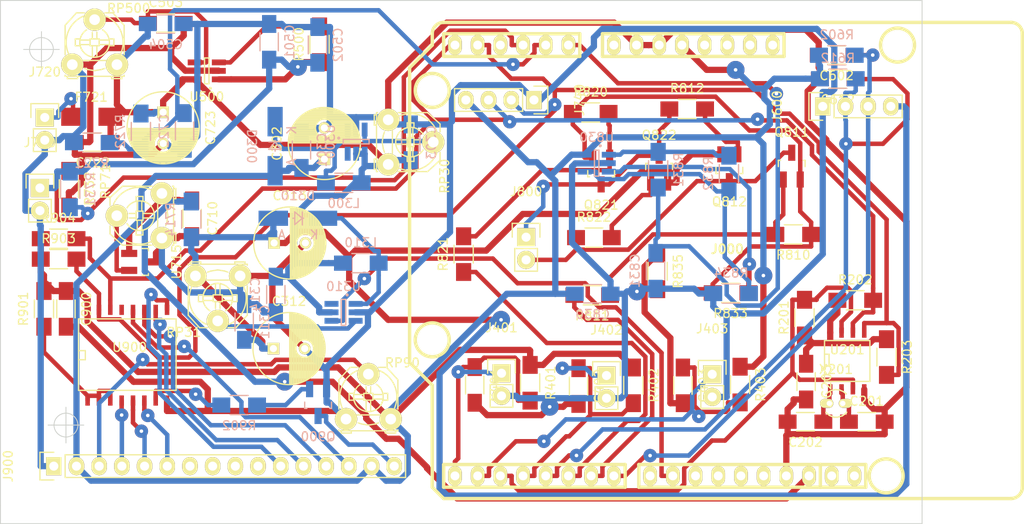
<source format=kicad_pcb>
(kicad_pcb (version 4) (host pcbnew 4.0.2-stable)
  (layers (0 F.Cu signal) (31 B.Cu signal) (34 B.Paste user) (35 F.Paste user) (36 B.SilkS user) (37 F.SilkS user) (38 B.Mask user) (39 F.Mask user) (44 Edge.Cuts user))
  (net 0 "")
  (net 1 "Net-(C201-Pad1)")
  (net 2 GND)
  (net 3 "Net-(C202-Pad1)")
  (net 4 V_rtc)
  (net 5 VCC)
  (net 6 V_bat)
  (net 7 +12V)
  (net 8 BP1)
  (net 9 BP2)
  (net 10 BP3)
  (net 11 V_sol)
  (net 12 "Net-(C503-Pad1)")
  (net 13 quadA)
  (net 14 V_ref)
  (net 15 M_bat)
  (net 16 M_imot)
  (net 17 "Net-(D300-Pad1)")
  (net 18 "Net-(D310-Pad1)")
  (net 19 "Net-(F721-Pad1)")
  (net 20 M_sol)
  (net 21 SDA)
  (net 22 SCL)
  (net 23 alarm)
  (net 24 quadB)
  (net 25 C_bkw)
  (net 26 C_frw)
  (net 27 buzz)
  (net 28 mot_A)
  (net 29 mot_B)
  (net 30 "Net-(J900-Pad3)")
  (net 31 "Net-(J900-Pad4)")
  (net 32 "Net-(J900-Pad5)")
  (net 33 "Net-(J900-Pad6)")
  (net 34 "Net-(J900-Pad11)")
  (net 35 "Net-(J900-Pad12)")
  (net 36 "Net-(J900-Pad13)")
  (net 37 "Net-(J900-Pad14)")
  (net 38 "Net-(J900-Pad16)")
  (net 39 "Net-(Q811-Pad1)")
  (net 40 "Net-(Q811-Pad2)")
  (net 41 "Net-(Q812-Pad1)")
  (net 42 "Net-(Q821-Pad1)")
  (net 43 "Net-(Q822-Pad1)")
  (net 44 "Net-(Q900-Pad1)")
  (net 45 "Net-(R500-Pad2)")
  (net 46 "Net-(R831-Pad2)")
  (net 47 "Net-(R832-Pad2)")
  (net 48 "Net-(R833-Pad1)")
  (net 49 "Net-(R901-Pad1)")
  (net 50 "Net-(R902-Pad1)")
  (net 51 "Net-(RP30-Pad2)")
  (net 52 "Net-(RP31-Pad2)")
  (net 53 "Net-(RP71-Pad2)")
  (module w_conn_misc:arduino_header (layer F.Cu) (at 180.64 120.09 180)
    (fp_text reference J000 (at 0 1.27 180) (layer F.SilkS) (effects (font (size 1.016 1.016) (thickness 0.2032))))
    (fp_text value Arduino_Header hide)
    (pad 1 thru_hole oval (at -5.08 24.13 180) (size 1.524 2.19964) (drill 1.00076) (layers *.Cu *.Mask F.SilkS))
    (pad 2 thru_hole oval (at -2.54 24.13 180) (size 1.524 2.19964) (drill 1.00076) (layers *.Cu *.Mask F.SilkS))
    (pad 3 thru_hole oval (at 0 24.13 180) (size 1.524 2.19964) (drill 1.00076) (layers *.Cu *.Mask F.SilkS))
    (pad 4 thru_hole oval (at 2.54 24.13 180) (size 1.524 2.19964) (drill 1.00076) (layers *.Cu *.Mask F.SilkS))
    (pad 5 thru_hole oval (at 5.08 24.13 180) (size 1.524 2.19964) (drill 1.00076) (layers *.Cu *.Mask F.SilkS) (net 5 VCC))
    (pad 6 thru_hole oval (at 7.62 24.13 180) (size 1.524 2.19964) (drill 1.00076) (layers *.Cu *.Mask F.SilkS) (net 2 GND))
    (pad 7 thru_hole oval (at 10.16 24.13 180) (size 1.524 2.19964) (drill 1.00076) (layers *.Cu *.Mask F.SilkS) (net 2 GND))
    (pad 8 thru_hole oval (at 12.7 24.13 180) (size 1.524 2.19964) (drill 1.00076) (layers *.Cu *.Mask F.SilkS))
    (pad 9 thru_hole oval (at 17.78 24.13 180) (size 1.524 2.19964) (drill 1.00076) (layers *.Cu *.Mask F.SilkS) (net 16 M_imot))
    (pad 10 thru_hole oval (at 20.32 24.13 180) (size 1.524 2.19964) (drill 1.00076) (layers *.Cu *.Mask F.SilkS) (net 15 M_bat))
    (pad 11 thru_hole oval (at 22.86 24.13 180) (size 1.524 2.19964) (drill 1.00076) (layers *.Cu *.Mask F.SilkS) (net 20 M_sol))
    (pad 12 thru_hole oval (at 25.4 24.13 180) (size 1.524 2.19964) (drill 1.00076) (layers *.Cu *.Mask F.SilkS))
    (pad 13 thru_hole oval (at 27.94 24.13 180) (size 1.524 2.19964) (drill 1.00076) (layers *.Cu *.Mask F.SilkS) (net 21 SDA))
    (pad 14 thru_hole oval (at 30.48 24.13 180) (size 1.524 2.19964) (drill 1.00076) (layers *.Cu *.Mask F.SilkS) (net 22 SCL))
    (pad "" np_thru_hole circle (at -19.05 24.13 180) (size 3.19786 3.19786) (drill 3.19786) (layers *.Cu *.Mask F.SilkS))
    (pad "" np_thru_hole circle (at 33.02 19.05 180) (size 3.19786 3.19786) (drill 3.19786) (layers *.Cu *.Mask F.SilkS))
    (pad 15 thru_hole oval (at 30.48 -24.13 180) (size 1.524 2.1971) (drill 0.99822) (layers *.Cu *.Mask F.SilkS) (net 8 BP1))
    (pad 16 thru_hole oval (at 27.94 -24.13 180) (size 1.524 2.1971) (drill 0.99822) (layers *.Cu *.Mask F.SilkS) (net 10 BP3))
    (pad 17 thru_hole oval (at 25.4 -24.13 180) (size 1.524 2.1971) (drill 0.99822) (layers *.Cu *.Mask F.SilkS) (net 23 alarm))
    (pad 18 thru_hole oval (at 22.86 -24.13 180) (size 1.524 2.1971) (drill 0.99822) (layers *.Cu *.Mask F.SilkS) (net 9 BP2))
    (pad 19 thru_hole oval (at 20.32 -24.13 180) (size 1.524 2.1971) (drill 0.99822) (layers *.Cu *.Mask F.SilkS) (net 24 quadB))
    (pad 20 thru_hole oval (at 17.78 -24.13 180) (size 1.524 2.1971) (drill 0.99822) (layers *.Cu *.Mask F.SilkS) (net 25 C_bkw))
    (pad 21 thru_hole oval (at 15.24 -24.13 180) (size 1.524 2.1971) (drill 0.99822) (layers *.Cu *.Mask F.SilkS) (net 26 C_frw))
    (pad 22 thru_hole oval (at 12.7 -24.13 180) (size 1.524 2.1971) (drill 0.99822) (layers *.Cu *.Mask F.SilkS) (net 13 quadA))
    (pad 23 thru_hole oval (at 8.636 -24.13 180) (size 1.524 2.1971) (drill 0.99822) (layers *.Cu *.Mask F.SilkS))
    (pad 24 thru_hole oval (at 6.096 -24.13 180) (size 1.524 2.1971) (drill 0.99822) (layers *.Cu *.Mask F.SilkS) (net 27 buzz))
    (pad 25 thru_hole oval (at 3.556 -24.13 180) (size 1.524 2.1971) (drill 0.99822) (layers *.Cu *.Mask F.SilkS))
    (pad 26 thru_hole oval (at 1.016 -24.13 180) (size 1.524 2.1971) (drill 0.99822) (layers *.Cu *.Mask F.SilkS))
    (pad 27 thru_hole oval (at -1.524 -24.13 180) (size 1.524 2.1971) (drill 0.99822) (layers *.Cu *.Mask F.SilkS))
    (pad 28 thru_hole oval (at -4.064 -24.13 180) (size 1.524 2.1971) (drill 0.99822) (layers *.Cu *.Mask F.SilkS))
    (pad 29 thru_hole oval (at -6.604 -24.13 180) (size 1.524 2.1971) (drill 0.99822) (layers *.Cu *.Mask F.SilkS) (net 2 GND))
    (pad 30 thru_hole oval (at -9.14146 -24.13 180) (size 1.524 2.1971) (drill 0.99822) (layers *.Cu *.Mask F.SilkS) (net 14 V_ref))
    (pad "" np_thru_hole circle (at -17.78 -24.13 180) (size 3.19786 3.19786) (drill 3.19786) (layers *.Cu *.Mask F.SilkS))
    (pad 31 thru_hole oval (at -11.684 -24.13 180) (size 1.524 2.1971) (drill 0.99822) (layers *.Cu *.Mask F.SilkS))
    (pad 32 thru_hole oval (at -14.224 -24.13 180) (size 1.524 2.1971) (drill 0.99822) (layers *.Cu *.Mask F.SilkS))
    (pad "" np_thru_hole circle (at 33.02 -8.89 180) (size 3.19786 3.19786) (drill 3.19786) (layers *.Cu *.Mask F.SilkS))
  )
  (module Capacitors_SMD:C_1206_HandSoldering (layer F.Cu) (at 196.25 138.15)
    (fp_text reference C201 (at 0 -2.3) (layer F.SilkS))
    (fp_text value 10p)
    (pad 1 smd rect (at -2 0) (size 2 1.6) (layers F.Cu F.Paste F.Mask) (net 1 "Net-(C201-Pad1)"))
    (pad 2 smd rect (at 2 0) (size 2 1.6) (layers F.Cu F.Paste F.Mask) (net 2 GND))
  )
  (module Capacitors_SMD:C_1206_HandSoldering (layer F.Cu) (at 189.39 138.15 180)
    (fp_text reference C202 (at 0 -2.3 180) (layer F.SilkS))
    (fp_text value 10p)
    (pad 1 smd rect (at -2 0 180) (size 2 1.6) (layers F.Cu F.Paste F.Mask) (net 3 "Net-(C202-Pad1)"))
    (pad 2 smd rect (at 2 0 180) (size 2 1.6) (layers F.Cu F.Paste F.Mask) (net 2 GND))
  )
  (module Capacitors_SMD:C_1206_HandSoldering (layer F.Cu) (at 189.46 133.66 270)
    (fp_text reference C203 (at 0 -2.3 270) (layer F.SilkS))
    (fp_text value 10n)
    (pad 1 smd rect (at -2 0 270) (size 2 1.6) (layers F.Cu F.Paste F.Mask) (net 4 V_rtc))
    (pad 2 smd rect (at 2 0 270) (size 2 1.6) (layers F.Cu F.Paste F.Mask) (net 2 GND))
  )
  (module Capacitors_SMD:C_1206_HandSoldering (layer B.Cu) (at 132.98 107.72 90)
    (fp_text reference C301 (at 0 2.3 90) (layer B.SilkS) (effects (justify mirror)))
    (fp_text value 10uF)
    (pad 1 smd rect (at -2 0 90) (size 2 1.6) (layers B.Cu B.Paste B.Mask) (net 5 VCC))
    (pad 2 smd rect (at 2 0 90) (size 2 1.6) (layers B.Cu B.Paste B.Mask) (net 2 GND))
  )
  (module Capacitors_ThroughHole:C_Radial_D8_L11.5_P3.5 (layer F.Cu) (at 135.54 108.74 90)
    (fp_text reference C302 (at 1.75 -5.3 90) (layer F.SilkS))
    (fp_text value 470uF)
    (pad 2 thru_hole circle (at 3.5 0 90) (size 1.3 1.3) (drill 0.8) (layers *.Cu *.Mask F.SilkS) (net 2 GND))
    (pad 1 thru_hole rect (at 0 0 90) (size 1.3 1.3) (drill 0.8) (layers *.Cu *.Mask F.SilkS) (net 5 VCC))
  )
  (module Capacitors_SMD:C_1206_HandSoldering (layer B.Cu) (at 145.21 106.85 90)
    (fp_text reference C303 (at 0 2.3 90) (layer B.SilkS) (effects (justify mirror)))
    (fp_text value 10uF)
    (pad 1 smd rect (at -2 0 90) (size 2 1.6) (layers B.Cu B.Paste B.Mask) (net 6 V_bat))
    (pad 2 smd rect (at 2 0 90) (size 2 1.6) (layers B.Cu B.Paste B.Mask) (net 2 GND))
  )
  (module Capacitors_SMD:C_1206_HandSoldering (layer B.Cu) (at 126.57 126.98 90)
    (fp_text reference C311 (at 0 2.3 90) (layer B.SilkS) (effects (justify mirror)))
    (fp_text value 10uF)
    (pad 1 smd rect (at -2 0 90) (size 2 1.6) (layers B.Cu B.Paste B.Mask) (net 7 +12V))
    (pad 2 smd rect (at 2 0 90) (size 2 1.6) (layers B.Cu B.Paste B.Mask) (net 2 GND))
  )
  (module Capacitors_ThroughHole:C_Radial_D8_L11.5_P3.5 (layer F.Cu) (at 129.84 129.96)
    (fp_text reference C312 (at 1.75 -5.3) (layer F.SilkS))
    (fp_text value 470uF)
    (pad 2 thru_hole circle (at 3.5 0) (size 1.3 1.3) (drill 0.8) (layers *.Cu *.Mask F.SilkS) (net 2 GND))
    (pad 1 thru_hole rect (at 0 0) (size 1.3 1.3) (drill 0.8) (layers *.Cu *.Mask F.SilkS) (net 7 +12V))
  )
  (module Capacitors_ThroughHole:C_Radial_D8_L11.5_P3.5 (layer F.Cu) (at 129.92 118.13)
    (fp_text reference C313 (at 1.75 -5.3) (layer F.SilkS))
    (fp_text value 470uF)
    (pad 2 thru_hole circle (at 3.5 0) (size 1.3 1.3) (drill 0.8) (layers *.Cu *.Mask F.SilkS) (net 2 GND))
    (pad 1 thru_hole rect (at 0 0) (size 1.3 1.3) (drill 0.8) (layers *.Cu *.Mask F.SilkS) (net 7 +12V))
  )
  (module Capacitors_SMD:C_1206_HandSoldering (layer B.Cu) (at 130.11 123.9 270)
    (fp_text reference C314 (at 0 2.3 270) (layer B.SilkS) (effects (justify mirror)))
    (fp_text value 10uF)
    (pad 1 smd rect (at -2 0 270) (size 2 1.6) (layers B.Cu B.Paste B.Mask) (net 6 V_bat))
    (pad 2 smd rect (at 2 0 270) (size 2 1.6) (layers B.Cu B.Paste B.Mask) (net 2 GND))
  )
  (module Capacitors_SMD:C_1206_HandSoldering (layer F.Cu) (at 152.37 134.03 270)
    (fp_text reference C401 (at 0 -2.3 270) (layer F.SilkS))
    (fp_text value 10n)
    (pad 1 smd rect (at -2 0 270) (size 2 1.6) (layers F.Cu F.Paste F.Mask) (net 8 BP1))
    (pad 2 smd rect (at 2 0 270) (size 2 1.6) (layers F.Cu F.Paste F.Mask) (net 2 GND))
  )
  (module Capacitors_SMD:C_1206_HandSoldering (layer F.Cu) (at 163.99 134.16 270)
    (fp_text reference C402 (at 0 -2.3 270) (layer F.SilkS))
    (fp_text value 10n)
    (pad 1 smd rect (at -2 0 270) (size 2 1.6) (layers F.Cu F.Paste F.Mask) (net 9 BP2))
    (pad 2 smd rect (at 2 0 270) (size 2 1.6) (layers F.Cu F.Paste F.Mask) (net 2 GND))
  )
  (module Capacitors_SMD:C_1206_HandSoldering (layer F.Cu) (at 175.67 134.08 270)
    (fp_text reference C403 (at 0 -2.3 270) (layer F.SilkS))
    (fp_text value 10n)
    (pad 1 smd rect (at -2 0 270) (size 2 1.6) (layers F.Cu F.Paste F.Mask) (net 10 BP3))
    (pad 2 smd rect (at 2 0 270) (size 2 1.6) (layers F.Cu F.Paste F.Mask) (net 2 GND))
  )
  (module Capacitors_SMD:C_1206_HandSoldering (layer B.Cu) (at 129.365 95.595 90)
    (fp_text reference C501 (at 0 2.3 90) (layer B.SilkS) (effects (justify mirror)))
    (fp_text value 10uF)
    (pad 1 smd rect (at -2 0 90) (size 2 1.6) (layers B.Cu B.Paste B.Mask) (net 11 V_sol))
    (pad 2 smd rect (at 2 0 90) (size 2 1.6) (layers B.Cu B.Paste B.Mask) (net 2 GND))
  )
  (module Capacitors_SMD:C_1206_HandSoldering (layer B.Cu) (at 134.77 95.94 90)
    (fp_text reference C502 (at 0 2.3 90) (layer B.SilkS) (effects (justify mirror)))
    (fp_text value 10n)
    (pad 1 smd rect (at -2 0 90) (size 2 1.6) (layers B.Cu B.Paste B.Mask) (net 11 V_sol))
    (pad 2 smd rect (at 2 0 90) (size 2 1.6) (layers B.Cu B.Paste B.Mask) (net 2 GND))
  )
  (module Capacitors_SMD:C_1206_HandSoldering (layer F.Cu) (at 117.8 93.49)
    (fp_text reference C503 (at 0 -2.3) (layer F.SilkS))
    (fp_text value 10n)
    (pad 1 smd rect (at -2 0) (size 2 1.6) (layers F.Cu F.Paste F.Mask) (net 12 "Net-(C503-Pad1)"))
    (pad 2 smd rect (at 2 0) (size 2 1.6) (layers F.Cu F.Paste F.Mask) (net 2 GND))
  )
  (module Capacitors_SMD:C_1206_HandSoldering (layer B.Cu) (at 117.775 93.595)
    (fp_text reference C504 (at 0 2.3) (layer B.SilkS) (effects (justify mirror)))
    (fp_text value 10uF)
    (pad 1 smd rect (at -2 0) (size 2 1.6) (layers B.Cu B.Paste B.Mask) (net 6 V_bat))
    (pad 2 smd rect (at 2 0) (size 2 1.6) (layers B.Cu B.Paste B.Mask) (net 2 GND))
  )
  (module Capacitors_SMD:C_1206_HandSoldering (layer F.Cu) (at 192.87 97.08 180)
    (fp_text reference C602 (at 0 -2.3 180) (layer F.SilkS))
    (fp_text value 100nF)
    (pad 1 smd rect (at -2 0 180) (size 2 1.6) (layers F.Cu F.Paste F.Mask) (net 13 quadA))
    (pad 2 smd rect (at 2 0 180) (size 2 1.6) (layers F.Cu F.Paste F.Mask) (net 2 GND))
  )
  (module Capacitors_SMD:C_1206_HandSoldering (layer F.Cu) (at 192.99 99.77 180)
    (fp_text reference C612 (at 0 -2.3 180) (layer F.SilkS))
    (fp_text value 100nF)
    (pad 1 smd rect (at -2 0 180) (size 2 1.6) (layers F.Cu F.Paste F.Mask) (net 24 quadB))
    (pad 2 smd rect (at 2 0 180) (size 2 1.6) (layers F.Cu F.Paste F.Mask) (net 2 GND))
  )
  (module Capacitors_SMD:C_1206_HandSoldering (layer F.Cu) (at 120.735 115.365 270)
    (fp_text reference C710 (at 0 -2.3 270) (layer F.SilkS))
    (fp_text value 10n)
    (pad 1 smd rect (at -2 0 270) (size 2 1.6) (layers F.Cu F.Paste F.Mask) (net 14 V_ref))
    (pad 2 smd rect (at 2 0 270) (size 2 1.6) (layers F.Cu F.Paste F.Mask) (net 2 GND))
  )
  (module Capacitors_SMD:C_1206_HandSoldering (layer B.Cu) (at 119.9 105.58 270)
    (fp_text reference C721 (at 0 2.3 270) (layer B.SilkS) (effects (justify mirror)))
    (fp_text value 10n)
    (pad 1 smd rect (at -2 0 270) (size 2 1.6) (layers B.Cu B.Paste B.Mask) (net 15 M_bat))
    (pad 2 smd rect (at 2 0 270) (size 2 1.6) (layers B.Cu B.Paste B.Mask) (net 2 GND))
  )
  (module Capacitors_SMD:C_1206_HandSoldering (layer F.Cu) (at 109.62 106.83 180)
    (fp_text reference C722 (at 0 -2.3 180) (layer F.SilkS))
    (fp_text value 10uF)
    (pad 1 smd rect (at -2 0 180) (size 2 1.6) (layers F.Cu F.Paste F.Mask) (net 6 V_bat))
    (pad 2 smd rect (at 2 0 180) (size 2 1.6) (layers F.Cu F.Paste F.Mask) (net 2 GND))
  )
  (module Capacitors_ThroughHole:C_Radial_D8_L11.5_P3.5 (layer F.Cu) (at 117.5 103.48 270)
    (fp_text reference C723 (at 1.75 -5.3 270) (layer F.SilkS))
    (fp_text value 470uF)
    (pad 2 thru_hole circle (at 3.5 0 270) (size 1.3 1.3) (drill 0.8) (layers *.Cu *.Mask F.SilkS) (net 2 GND))
    (pad 1 thru_hole rect (at 0 0 270) (size 1.3 1.3) (drill 0.8) (layers *.Cu *.Mask F.SilkS) (net 6 V_bat))
  )
  (module Capacitors_SMD:C_1206_HandSoldering (layer B.Cu) (at 165.57 123.82)
    (fp_text reference C830 (at 0 2.3) (layer B.SilkS) (effects (justify mirror)))
    (fp_text value 100n)
    (pad 1 smd rect (at -2 0) (size 2 1.6) (layers B.Cu B.Paste B.Mask) (net 5 VCC))
    (pad 2 smd rect (at 2 0) (size 2 1.6) (layers B.Cu B.Paste B.Mask) (net 2 GND))
  )
  (module Capacitors_SMD:C_1206_HandSoldering (layer B.Cu) (at 172.61 121.25 270)
    (fp_text reference C831 (at 0 2.3 270) (layer B.SilkS) (effects (justify mirror)))
    (fp_text value 100n)
    (pad 1 smd rect (at -2 0 270) (size 2 1.6) (layers B.Cu B.Paste B.Mask) (net 16 M_imot))
    (pad 2 smd rect (at 2 0 270) (size 2 1.6) (layers B.Cu B.Paste B.Mask) (net 2 GND))
  )
  (module Capacitors_SMD:C_1206_HandSoldering (layer F.Cu) (at 106.62 125.51 270)
    (fp_text reference C900 (at 0 -2.3 270) (layer F.SilkS))
    (fp_text value 100nF)
    (pad 1 smd rect (at -2 0 270) (size 2 1.6) (layers F.Cu F.Paste F.Mask) (net 5 VCC))
    (pad 2 smd rect (at 2 0 270) (size 2 1.6) (layers F.Cu F.Paste F.Mask) (net 2 GND))
  )
  (module Diodes_SMD:MiniMELF_Handsoldering (layer B.Cu) (at 130.03 107.29 270)
    (fp_text reference D300 (at 0 2.54 270) (layer B.SilkS) (effects (justify mirror)))
    (fp_text value SCHOTTKY)
    (fp_text user K (at -1.8 -1.85 270) (layer B.SilkS) (effects (justify mirror)))
    (fp_text user A (at 1.8 -1.85 270) (layer B.SilkS) (effects (justify mirror)))
    (pad 1 smd rect (at -2.75082 0 270) (size 3.29946 1.69926) (layers B.Cu B.Paste B.Mask) (net 17 "Net-(D300-Pad1)"))
    (pad 2 smd rect (at 2.75082 0 270) (size 3.29946 1.69926) (layers B.Cu B.Paste B.Mask) (net 5 VCC))
  )
  (module Diodes_SMD:MiniMELF_Handsoldering (layer B.Cu) (at 132.58 115.36 180)
    (fp_text reference D310 (at 0 2.54 180) (layer B.SilkS) (effects (justify mirror)))
    (fp_text value SCHOTTKY)
    (fp_text user K (at -1.8 -1.85 180) (layer B.SilkS) (effects (justify mirror)))
    (fp_text user A (at 1.8 -1.85 180) (layer B.SilkS) (effects (justify mirror)))
    (pad 1 smd rect (at -2.75082 0 180) (size 3.29946 1.69926) (layers B.Cu B.Paste B.Mask) (net 18 "Net-(D310-Pad1)"))
    (pad 2 smd rect (at 2.75082 0 180) (size 3.29946 1.69926) (layers B.Cu B.Paste B.Mask) (net 7 +12V))
  )
  (module Fuse_Holders_and_Fuses:Fuse_SMD1206_HandSoldering (layer F.Cu) (at 109.5 103.99)
    (fp_text reference F721 (at -0.0508 -2.19964) (layer F.SilkS))
    (fp_text value 5A)
    (pad 1 smd rect (at -2.08534 0 90) (size 2.02946 2.65176) (layers F.Cu F.Paste F.Mask) (net 19 "Net-(F721-Pad1)"))
    (pad 2 smd rect (at 2.08534 0 90) (size 2.02946 2.65176) (layers F.Cu F.Paste F.Mask) (net 6 V_bat))
  )
  (module Pin_Headers:Pin_Header_Straight_1x02 (layer F.Cu) (at 155.37 132.72)
    (fp_text reference J401 (at 0 -5.1) (layer F.SilkS))
    (fp_text value HEADER_2)
    (pad 1 thru_hole rect (at 0 0) (size 2.032 2.032) (drill 1.016) (layers *.Cu *.Mask F.SilkS) (net 8 BP1))
    (pad 2 thru_hole oval (at 0 2.54) (size 2.032 2.032) (drill 1.016) (layers *.Cu *.Mask F.SilkS) (net 2 GND))
  )
  (module Pin_Headers:Pin_Header_Straight_1x02 (layer F.Cu) (at 167.12 132.98)
    (fp_text reference J402 (at 0 -5.1) (layer F.SilkS))
    (fp_text value HEADER_2)
    (pad 1 thru_hole rect (at 0 0) (size 2.032 2.032) (drill 1.016) (layers *.Cu *.Mask F.SilkS) (net 9 BP2))
    (pad 2 thru_hole oval (at 0 2.54) (size 2.032 2.032) (drill 1.016) (layers *.Cu *.Mask F.SilkS) (net 2 GND))
  )
  (module Pin_Headers:Pin_Header_Straight_1x02 (layer F.Cu) (at 178.95 132.84)
    (fp_text reference J403 (at 0 -5.1) (layer F.SilkS))
    (fp_text value HEADER_2)
    (pad 1 thru_hole rect (at 0 0) (size 2.032 2.032) (drill 1.016) (layers *.Cu *.Mask F.SilkS) (net 10 BP3))
    (pad 2 thru_hole oval (at 0 2.54) (size 2.032 2.032) (drill 1.016) (layers *.Cu *.Mask F.SilkS) (net 2 GND))
  )
  (module Pin_Headers:Pin_Header_Straight_1x04 (layer F.Cu) (at 191.32 102.83 90)
    (fp_text reference J600 (at 0 -5.1 90) (layer F.SilkS))
    (fp_text value HEADER_4)
    (pad 1 thru_hole rect (at 0 0 90) (size 2.032 1.7272) (drill 1.016) (layers *.Cu *.Mask F.SilkS) (net 2 GND))
    (pad 2 thru_hole oval (at 0 2.54 90) (size 2.032 1.7272) (drill 1.016) (layers *.Cu *.Mask F.SilkS) (net 24 quadB))
    (pad 3 thru_hole oval (at 0 5.08 90) (size 2.032 1.7272) (drill 1.016) (layers *.Cu *.Mask F.SilkS) (net 13 quadA))
    (pad 4 thru_hole oval (at 0 7.62 90) (size 2.032 1.7272) (drill 1.016) (layers *.Cu *.Mask F.SilkS) (net 7 +12V))
  )
  (module Pin_Headers:Pin_Header_Straight_1x02 (layer F.Cu) (at 104.25 104.07)
    (fp_text reference J720 (at 0 -5.1) (layer F.SilkS))
    (fp_text value HEADER_2)
    (pad 1 thru_hole rect (at 0 0) (size 2.032 2.032) (drill 1.016) (layers *.Cu *.Mask F.SilkS) (net 19 "Net-(F721-Pad1)"))
    (pad 2 thru_hole oval (at 0 2.54) (size 2.032 2.032) (drill 1.016) (layers *.Cu *.Mask F.SilkS) (net 2 GND))
  )
  (module Pin_Headers:Pin_Header_Straight_1x02 (layer F.Cu) (at 103.71 111.97)
    (fp_text reference J730 (at 0 -5.1) (layer F.SilkS))
    (fp_text value HEADER_2)
    (pad 1 thru_hole rect (at 0 0) (size 2.032 2.032) (drill 1.016) (layers *.Cu *.Mask F.SilkS) (net 11 V_sol))
    (pad 2 thru_hole oval (at 0 2.54) (size 2.032 2.032) (drill 1.016) (layers *.Cu *.Mask F.SilkS) (net 2 GND))
  )
  (module Pin_Headers:Pin_Header_Straight_1x04 (layer F.Cu) (at 159 102.11 270)
    (fp_text reference J740 (at 0 -5.1 270) (layer F.SilkS))
    (fp_text value HEADER_4)
    (pad 1 thru_hole rect (at 0 0 270) (size 2.032 1.7272) (drill 1.016) (layers *.Cu *.Mask F.SilkS) (net 2 GND))
    (pad 2 thru_hole oval (at 0 2.54 270) (size 2.032 1.7272) (drill 1.016) (layers *.Cu *.Mask F.SilkS) (net 21 SDA))
    (pad 3 thru_hole oval (at 0 5.08 270) (size 2.032 1.7272) (drill 1.016) (layers *.Cu *.Mask F.SilkS) (net 22 SCL))
    (pad 4 thru_hole oval (at 0 7.62 270) (size 2.032 1.7272) (drill 1.016) (layers *.Cu *.Mask F.SilkS) (net 5 VCC))
  )
  (module Pin_Headers:Pin_Header_Straight_1x02 (layer F.Cu) (at 158.12 117.48)
    (fp_text reference J800 (at 0 -5.1) (layer F.SilkS))
    (fp_text value HEADER_2)
    (pad 1 thru_hole rect (at 0 0) (size 2.032 2.032) (drill 1.016) (layers *.Cu *.Mask F.SilkS) (net 28 mot_A))
    (pad 2 thru_hole oval (at 0 2.54) (size 2.032 2.032) (drill 1.016) (layers *.Cu *.Mask F.SilkS) (net 29 mot_B))
  )
  (module Pin_Headers:Pin_Header_Straight_1x16 (layer F.Cu) (at 105.26 143.13 90)
    (fp_text reference J900 (at 0 -5.1 90) (layer F.SilkS))
    (fp_text value HEADER_16)
    (pad 1 thru_hole rect (at 0 0 90) (size 2.032 1.7272) (drill 1.016) (layers *.Cu *.Mask F.SilkS) (net 2 GND))
    (pad 2 thru_hole oval (at 0 2.54 90) (size 2.032 1.7272) (drill 1.016) (layers *.Cu *.Mask F.SilkS) (net 5 VCC))
    (pad 3 thru_hole oval (at 0 5.08 90) (size 2.032 1.7272) (drill 1.016) (layers *.Cu *.Mask F.SilkS) (net 30 "Net-(J900-Pad3)"))
    (pad 4 thru_hole oval (at 0 7.62 90) (size 2.032 1.7272) (drill 1.016) (layers *.Cu *.Mask F.SilkS) (net 31 "Net-(J900-Pad4)"))
    (pad 5 thru_hole oval (at 0 10.16 90) (size 2.032 1.7272) (drill 1.016) (layers *.Cu *.Mask F.SilkS) (net 32 "Net-(J900-Pad5)"))
    (pad 6 thru_hole oval (at 0 12.7 90) (size 2.032 1.7272) (drill 1.016) (layers *.Cu *.Mask F.SilkS) (net 33 "Net-(J900-Pad6)"))
    (pad 7 thru_hole oval (at 0 15.24 90) (size 2.032 1.7272) (drill 1.016) (layers *.Cu *.Mask F.SilkS))
    (pad 8 thru_hole oval (at 0 17.78 90) (size 2.032 1.7272) (drill 1.016) (layers *.Cu *.Mask F.SilkS))
    (pad 9 thru_hole oval (at 0 20.32 90) (size 2.032 1.7272) (drill 1.016) (layers *.Cu *.Mask F.SilkS))
    (pad 10 thru_hole oval (at 0 22.86 90) (size 2.032 1.7272) (drill 1.016) (layers *.Cu *.Mask F.SilkS))
    (pad 11 thru_hole oval (at 0 25.4 90) (size 2.032 1.7272) (drill 1.016) (layers *.Cu *.Mask F.SilkS) (net 34 "Net-(J900-Pad11)"))
    (pad 12 thru_hole oval (at 0 27.94 90) (size 2.032 1.7272) (drill 1.016) (layers *.Cu *.Mask F.SilkS) (net 35 "Net-(J900-Pad12)"))
    (pad 13 thru_hole oval (at 0 30.48 90) (size 2.032 1.7272) (drill 1.016) (layers *.Cu *.Mask F.SilkS) (net 36 "Net-(J900-Pad13)"))
    (pad 14 thru_hole oval (at 0 33.02 90) (size 2.032 1.7272) (drill 1.016) (layers *.Cu *.Mask F.SilkS) (net 37 "Net-(J900-Pad14)"))
    (pad 15 thru_hole oval (at 0 35.56 90) (size 2.032 1.7272) (drill 1.016) (layers *.Cu *.Mask F.SilkS) (net 5 VCC))
    (pad 16 thru_hole oval (at 0 38.1 90) (size 2.032 1.7272) (drill 1.016) (layers *.Cu *.Mask F.SilkS) (net 38 "Net-(J900-Pad16)"))
  )
  (module Resistors_SMD:R_1206_HandSoldering (layer B.Cu) (at 137.72 111.39)
    (fp_text reference L300 (at 0 2.3) (layer B.SilkS) (effects (justify mirror)))
    (fp_text value INDUCTOR)
    (pad 1 smd rect (at -2 0) (size 2 1.7) (layers B.Cu B.Paste B.Mask) (net 17 "Net-(D300-Pad1)"))
    (pad 2 smd rect (at 2 0) (size 2 1.7) (layers B.Cu B.Paste B.Mask) (net 6 V_bat))
  )
  (module Resistors_SMD:R_1206_HandSoldering (layer B.Cu) (at 139.62 120.39 180)
    (fp_text reference L310 (at 0 2.3 180) (layer B.SilkS) (effects (justify mirror)))
    (fp_text value INDUCTOR)
    (pad 1 smd rect (at -2 0 180) (size 2 1.7) (layers B.Cu B.Paste B.Mask) (net 18 "Net-(D310-Pad1)"))
    (pad 2 smd rect (at 2 0 180) (size 2 1.7) (layers B.Cu B.Paste B.Mask) (net 6 V_bat))
  )
  (module TO_SOT_Packages_SMD:SOT-23_Handsoldering (layer F.Cu) (at 187.85 109.52)
    (fp_text reference Q811 (at 0 -3.81) (layer F.SilkS))
    (fp_text value PBSS4320)
    (pad 1 smd rect (at -0.95 1.50114) (size 0.8001 1.80086) (layers F.Cu F.Paste F.Mask) (net 39 "Net-(Q811-Pad1)"))
    (pad 2 smd rect (at 0.95 1.50114) (size 0.8001 1.80086) (layers F.Cu F.Paste F.Mask) (net 40 "Net-(Q811-Pad2)"))
    (pad 3 smd rect (at 0 -1.50114) (size 0.8001 1.80086) (layers F.Cu F.Paste F.Mask) (net 29 mot_B))
  )
  (module TO_SOT_Packages_SMD:SOT-23_Handsoldering (layer F.Cu) (at 180.87 109.7 180)
    (fp_text reference Q812 (at 0 -3.81 180) (layer F.SilkS))
    (fp_text value PBSS5350)
    (pad 1 smd rect (at -0.95 1.50114 180) (size 0.8001 1.80086) (layers F.Cu F.Paste F.Mask) (net 41 "Net-(Q812-Pad1)"))
    (pad 2 smd rect (at 0.95 1.50114 180) (size 0.8001 1.80086) (layers F.Cu F.Paste F.Mask) (net 7 +12V))
    (pad 3 smd rect (at 0 -1.50114 180) (size 0.8001 1.80086) (layers F.Cu F.Paste F.Mask) (net 29 mot_B))
  )
  (module TO_SOT_Packages_SMD:SOT-23_Handsoldering (layer F.Cu) (at 166.52 110.07 180)
    (fp_text reference Q821 (at 0 -3.81 180) (layer F.SilkS))
    (fp_text value PBSS4320)
    (pad 1 smd rect (at -0.95 1.50114 180) (size 0.8001 1.80086) (layers F.Cu F.Paste F.Mask) (net 42 "Net-(Q821-Pad1)"))
    (pad 2 smd rect (at 0.95 1.50114 180) (size 0.8001 1.80086) (layers F.Cu F.Paste F.Mask) (net 40 "Net-(Q811-Pad2)"))
    (pad 3 smd rect (at 0 -1.50114 180) (size 0.8001 1.80086) (layers F.Cu F.Paste F.Mask) (net 28 mot_A))
  )
  (module TO_SOT_Packages_SMD:SOT-23_Handsoldering (layer F.Cu) (at 173.01 109.86)
    (fp_text reference Q822 (at 0 -3.81) (layer F.SilkS))
    (fp_text value PBSS5350)
    (pad 1 smd rect (at -0.95 1.50114) (size 0.8001 1.80086) (layers F.Cu F.Paste F.Mask) (net 43 "Net-(Q822-Pad1)"))
    (pad 2 smd rect (at 0.95 1.50114) (size 0.8001 1.80086) (layers F.Cu F.Paste F.Mask) (net 7 +12V))
    (pad 3 smd rect (at 0 -1.50114) (size 0.8001 1.80086) (layers F.Cu F.Paste F.Mask) (net 28 mot_A))
  )
  (module TO_SOT_Packages_SMD:SOT-23_Handsoldering (layer B.Cu) (at 134.84 136.01)
    (fp_text reference Q900 (at 0 3.81) (layer B.SilkS) (effects (justify mirror)))
    (fp_text value PBSS4320)
    (pad 1 smd rect (at -0.95 -1.50114) (size 0.8001 1.80086) (layers B.Cu B.Paste B.Mask) (net 44 "Net-(Q900-Pad1)"))
    (pad 2 smd rect (at 0.95 -1.50114) (size 0.8001 1.80086) (layers B.Cu B.Paste B.Mask) (net 2 GND))
    (pad 3 smd rect (at 0 1.50114) (size 0.8001 1.80086) (layers B.Cu B.Paste B.Mask) (net 38 "Net-(J900-Pad16)"))
  )
  (module Resistors_SMD:R_1206_HandSoldering (layer F.Cu) (at 189.28 126.49 90)
    (fp_text reference R201 (at 0 -2.3 90) (layer F.SilkS))
    (fp_text value 10k)
    (pad 1 smd rect (at -2 0 90) (size 2 1.7) (layers F.Cu F.Paste F.Mask) (net 4 V_rtc))
    (pad 2 smd rect (at 2 0 90) (size 2 1.7) (layers F.Cu F.Paste F.Mask) (net 23 alarm))
  )
  (module Resistors_SMD:R_1206_HandSoldering (layer F.Cu) (at 194.96 124.55)
    (fp_text reference R202 (at 0 -2.3) (layer F.SilkS))
    (fp_text value 2.2k)
    (pad 1 smd rect (at -2 0) (size 2 1.7) (layers F.Cu F.Paste F.Mask) (net 4 V_rtc))
    (pad 2 smd rect (at 2 0) (size 2 1.7) (layers F.Cu F.Paste F.Mask) (net 22 SCL))
  )
  (module Resistors_SMD:R_1206_HandSoldering (layer F.Cu) (at 198.46 130.91 270)
    (fp_text reference R203 (at 0 -2.3 270) (layer F.SilkS))
    (fp_text value 2.2k)
    (pad 1 smd rect (at -2 0 270) (size 2 1.7) (layers F.Cu F.Paste F.Mask) (net 4 V_rtc))
    (pad 2 smd rect (at 2 0 270) (size 2 1.7) (layers F.Cu F.Paste F.Mask) (net 21 SDA))
  )
  (module Resistors_SMD:R_1206_HandSoldering (layer F.Cu) (at 158.57 133.79 270)
    (fp_text reference R401 (at 0 -2.3 270) (layer F.SilkS))
    (fp_text value 10k)
    (pad 1 smd rect (at -2 0 270) (size 2 1.7) (layers F.Cu F.Paste F.Mask) (net 5 VCC))
    (pad 2 smd rect (at 2 0 270) (size 2 1.7) (layers F.Cu F.Paste F.Mask) (net 8 BP1))
  )
  (module Resistors_SMD:R_1206_HandSoldering (layer F.Cu) (at 170.12 134.08 270)
    (fp_text reference R402 (at 0 -2.3 270) (layer F.SilkS))
    (fp_text value 10k)
    (pad 1 smd rect (at -2 0 270) (size 2 1.7) (layers F.Cu F.Paste F.Mask) (net 5 VCC))
    (pad 2 smd rect (at 2 0 270) (size 2 1.7) (layers F.Cu F.Paste F.Mask) (net 9 BP2))
  )
  (module Resistors_SMD:R_1206_HandSoldering (layer F.Cu) (at 182.07 133.99 270)
    (fp_text reference R403 (at 0 -2.3 270) (layer F.SilkS))
    (fp_text value 10k)
    (pad 1 smd rect (at -2 0 270) (size 2 1.7) (layers F.Cu F.Paste F.Mask) (net 5 VCC))
    (pad 2 smd rect (at 2 0 270) (size 2 1.7) (layers F.Cu F.Paste F.Mask) (net 10 BP3))
  )
  (module Resistors_SMD:R_1206_HandSoldering (layer F.Cu) (at 135 95.87 90)
    (fp_text reference R500 (at 0 -2.3 90) (layer F.SilkS))
    (fp_text value 10k)
    (pad 1 smd rect (at -2 0 90) (size 2 1.7) (layers F.Cu F.Paste F.Mask) (net 11 V_sol))
    (pad 2 smd rect (at 2 0 90) (size 2 1.7) (layers F.Cu F.Paste F.Mask) (net 45 "Net-(R500-Pad2)"))
  )
  (module Resistors_SMD:R_1206_HandSoldering (layer B.Cu) (at 192.9 97.1 180)
    (fp_text reference R602 (at 0 2.3 180) (layer B.SilkS) (effects (justify mirror)))
    (fp_text value 4k7)
    (pad 1 smd rect (at -2 0 180) (size 2 1.7) (layers B.Cu B.Paste B.Mask) (net 13 quadA))
    (pad 2 smd rect (at 2 0 180) (size 2 1.7) (layers B.Cu B.Paste B.Mask) (net 5 VCC))
  )
  (module Resistors_SMD:R_1206_HandSoldering (layer B.Cu) (at 193.01 99.73 180)
    (fp_text reference R612 (at 0 2.3 180) (layer B.SilkS) (effects (justify mirror)))
    (fp_text value 4k7)
    (pad 1 smd rect (at -2 0 180) (size 2 1.7) (layers B.Cu B.Paste B.Mask) (net 24 quadB))
    (pad 2 smd rect (at 2 0 180) (size 2 1.7) (layers B.Cu B.Paste B.Mask) (net 5 VCC))
  )
  (module Resistors_SMD:R_1206_HandSoldering (layer B.Cu) (at 120.645 115.485 270)
    (fp_text reference R714 (at 0 2.3 270) (layer B.SilkS) (effects (justify mirror)))
    (fp_text value 10k)
    (pad 1 smd rect (at -2 0 270) (size 2 1.7) (layers B.Cu B.Paste B.Mask) (net 14 V_ref))
    (pad 2 smd rect (at 2 0 270) (size 2 1.7) (layers B.Cu B.Paste B.Mask) (net 7 +12V))
  )
  (module Resistors_SMD:R_1206_HandSoldering (layer B.Cu) (at 109.51 106.89)
    (fp_text reference R721 (at 0 2.3) (layer B.SilkS) (effects (justify mirror)))
    (fp_text value 10k)
    (pad 1 smd rect (at -2 0) (size 2 1.7) (layers B.Cu B.Paste B.Mask) (net 2 GND))
    (pad 2 smd rect (at 2 0) (size 2 1.7) (layers B.Cu B.Paste B.Mask) (net 15 M_bat))
  )
  (module Resistors_SMD:R_1206_HandSoldering (layer B.Cu) (at 115.01 105.63 270)
    (fp_text reference R722 (at 0 2.3 270) (layer B.SilkS) (effects (justify mirror)))
    (fp_text value 10k)
    (pad 1 smd rect (at -2 0 270) (size 2 1.7) (layers B.Cu B.Paste B.Mask) (net 6 V_bat))
    (pad 2 smd rect (at 2 0 270) (size 2 1.7) (layers B.Cu B.Paste B.Mask) (net 15 M_bat))
  )
  (module Resistors_SMD:R_1206_HandSoldering (layer B.Cu) (at 107.1 112.13 90)
    (fp_text reference R731 (at 0 2.3 90) (layer B.SilkS) (effects (justify mirror)))
    (fp_text value 10k)
    (pad 1 smd rect (at -2 0 90) (size 2 1.7) (layers B.Cu B.Paste B.Mask) (net 20 M_sol))
    (pad 2 smd rect (at 2 0 90) (size 2 1.7) (layers B.Cu B.Paste B.Mask) (net 11 V_sol))
  )
  (module Resistors_SMD:R_1206_HandSoldering (layer F.Cu) (at 106.95 112.05 270)
    (fp_text reference R732 (at 0 -2.3 270) (layer F.SilkS))
    (fp_text value 10k)
    (pad 1 smd rect (at -2 0 270) (size 2 1.7) (layers F.Cu F.Paste F.Mask) (net 20 M_sol))
    (pad 2 smd rect (at 2 0 270) (size 2 1.7) (layers F.Cu F.Paste F.Mask) (net 2 GND))
  )
  (module Resistors_SMD:R_1206_HandSoldering (layer F.Cu) (at 188.02 117.17 180)
    (fp_text reference R810 (at 0 -2.3 180) (layer F.SilkS))
    (fp_text value 3k3)
    (pad 1 smd rect (at -2 0 180) (size 2 1.7) (layers F.Cu F.Paste F.Mask) (net 40 "Net-(Q811-Pad2)"))
    (pad 2 smd rect (at 2 0 180) (size 2 1.7) (layers F.Cu F.Paste F.Mask) (net 39 "Net-(Q811-Pad1)"))
  )
  (module Resistors_SMD:R_1206_HandSoldering (layer F.Cu) (at 165.52 123.99 180)
    (fp_text reference R811 (at 0 -2.3 180) (layer F.SilkS))
    (fp_text value 330)
    (pad 1 smd rect (at -2 0 180) (size 2 1.7) (layers F.Cu F.Paste F.Mask) (net 39 "Net-(Q811-Pad1)"))
    (pad 2 smd rect (at 2 0 180) (size 2 1.7) (layers F.Cu F.Paste F.Mask) (net 26 C_frw))
  )
  (module Resistors_SMD:R_1206_HandSoldering (layer F.Cu) (at 176.15 103.12)
    (fp_text reference R812 (at 0 -2.3) (layer F.SilkS))
    (fp_text value 330)
    (pad 1 smd rect (at -2 0) (size 2 1.7) (layers F.Cu F.Paste F.Mask) (net 28 mot_A))
    (pad 2 smd rect (at 2 0) (size 2 1.7) (layers F.Cu F.Paste F.Mask) (net 41 "Net-(Q812-Pad1)"))
  )
  (module Resistors_SMD:R_1206_HandSoldering (layer F.Cu) (at 165.35 103.51)
    (fp_text reference R820 (at 0 -2.3) (layer F.SilkS))
    (fp_text value 3k3)
    (pad 1 smd rect (at -2 0) (size 2 1.7) (layers F.Cu F.Paste F.Mask) (net 40 "Net-(Q811-Pad2)"))
    (pad 2 smd rect (at 2 0) (size 2 1.7) (layers F.Cu F.Paste F.Mask) (net 42 "Net-(Q821-Pad1)"))
  )
  (module Resistors_SMD:R_1206_HandSoldering (layer F.Cu) (at 151.13 119.38 90)
    (fp_text reference R821 (at 0 -2.3 90) (layer F.SilkS))
    (fp_text value 330)
    (pad 1 smd rect (at -2 0 90) (size 2 1.7) (layers F.Cu F.Paste F.Mask) (net 25 C_bkw))
    (pad 2 smd rect (at 2 0 90) (size 2 1.7) (layers F.Cu F.Paste F.Mask) (net 42 "Net-(Q821-Pad1)"))
  )
  (module Resistors_SMD:R_1206_HandSoldering (layer F.Cu) (at 165.71 117.53)
    (fp_text reference R822 (at 0 -2.3) (layer F.SilkS))
    (fp_text value 330)
    (pad 1 smd rect (at -2 0) (size 2 1.7) (layers F.Cu F.Paste F.Mask) (net 29 mot_B))
    (pad 2 smd rect (at 2 0) (size 2 1.7) (layers F.Cu F.Paste F.Mask) (net 43 "Net-(Q822-Pad1)"))
  )
  (module Resistors_SMD:R_1206_HandSoldering (layer B.Cu) (at 172.9 109.92 90)
    (fp_text reference R831 (at 0 2.3 90) (layer B.SilkS) (effects (justify mirror)))
    (fp_text value 1k)
    (pad 1 smd rect (at -2 0 90) (size 2 1.7) (layers B.Cu B.Paste B.Mask) (net 16 M_imot))
    (pad 2 smd rect (at 2 0 90) (size 2 1.7) (layers B.Cu B.Paste B.Mask) (net 46 "Net-(R831-Pad2)"))
  )
  (module Resistors_SMD:R_1206_HandSoldering (layer B.Cu) (at 180.82 110.35 270)
    (fp_text reference R832 (at 0 2.3 270) (layer B.SilkS) (effects (justify mirror)))
    (fp_text value 10k)
    (pad 1 smd rect (at -2 0 270) (size 2 1.7) (layers B.Cu B.Paste B.Mask) (net 46 "Net-(R831-Pad2)"))
    (pad 2 smd rect (at 2 0 270) (size 2 1.7) (layers B.Cu B.Paste B.Mask) (net 47 "Net-(R832-Pad2)"))
  )
  (module Resistors_SMD:R_1206_HandSoldering (layer F.Cu) (at 181 123.72 180)
    (fp_text reference R833 (at 0 -2.3 180) (layer F.SilkS))
    (fp_text value 1k)
    (pad 1 smd rect (at -2 0 180) (size 2 1.7) (layers F.Cu F.Paste F.Mask) (net 48 "Net-(R833-Pad1)"))
    (pad 2 smd rect (at 2 0 180) (size 2 1.7) (layers F.Cu F.Paste F.Mask) (net 40 "Net-(Q811-Pad2)"))
  )
  (module Resistors_SMD:R_1206_HandSoldering (layer B.Cu) (at 181.07 123.79 180)
    (fp_text reference R834 (at 0 2.3 180) (layer B.SilkS) (effects (justify mirror)))
    (fp_text value 1k)
    (pad 1 smd rect (at -2 0 180) (size 2 1.7) (layers B.Cu B.Paste B.Mask) (net 47 "Net-(R832-Pad2)"))
    (pad 2 smd rect (at 2 0 180) (size 2 1.7) (layers B.Cu B.Paste B.Mask) (net 2 GND))
  )
  (module Resistors_SMD:R_1206_HandSoldering (layer F.Cu) (at 172.84 121.31 270)
    (fp_text reference R835 (at 0 -2.3 270) (layer F.SilkS))
    (fp_text value 0R2)
    (pad 1 smd rect (at -2 0 270) (size 2 1.7) (layers F.Cu F.Paste F.Mask) (net 2 GND))
    (pad 2 smd rect (at 2 0 270) (size 2 1.7) (layers F.Cu F.Paste F.Mask) (net 40 "Net-(Q811-Pad2)"))
  )
  (module Resistors_SMD:R_1206_HandSoldering (layer F.Cu) (at 104.16 125.51 90)
    (fp_text reference R901 (at 0 -2.3 90) (layer F.SilkS))
    (fp_text value 10k)
    (pad 1 smd rect (at -2 0 90) (size 2 1.7) (layers F.Cu F.Paste F.Mask) (net 49 "Net-(R901-Pad1)"))
    (pad 2 smd rect (at 2 0 90) (size 2 1.7) (layers F.Cu F.Paste F.Mask) (net 5 VCC))
  )
  (module Resistors_SMD:R_1206_HandSoldering (layer B.Cu) (at 126.01 136.29)
    (fp_text reference R902 (at 0 2.3) (layer B.SilkS) (effects (justify mirror)))
    (fp_text value 4.7k)
    (pad 1 smd rect (at -2 0) (size 2 1.7) (layers B.Cu B.Paste B.Mask) (net 50 "Net-(R902-Pad1)"))
    (pad 2 smd rect (at 2 0) (size 2 1.7) (layers B.Cu B.Paste B.Mask) (net 44 "Net-(Q900-Pad1)"))
  )
  (module Resistors_SMD:R_1206_HandSoldering (layer F.Cu) (at 105.8 119.94)
    (fp_text reference R903 (at 0 -2.3) (layer F.SilkS))
    (fp_text value 2.2k)
    (pad 1 smd rect (at -2 0) (size 2 1.7) (layers F.Cu F.Paste F.Mask) (net 5 VCC))
    (pad 2 smd rect (at 2 0) (size 2 1.7) (layers F.Cu F.Paste F.Mask) (net 21 SDA))
  )
  (module Resistors_SMD:R_1206_HandSoldering (layer F.Cu) (at 105.8 117.65)
    (fp_text reference R904 (at 0 -2.3) (layer F.SilkS))
    (fp_text value 2.2k)
    (pad 1 smd rect (at -2 0) (size 2 1.7) (layers F.Cu F.Paste F.Mask) (net 5 VCC))
    (pad 2 smd rect (at 2 0) (size 2 1.7) (layers F.Cu F.Paste F.Mask) (net 22 SCL))
  )
  (module Potentiometers:Potentiometer_Triwood_RM-065 (layer F.Cu) (at 142.69 104.33 270)
    (fp_text reference RP30 (at 6.30936 -6.30936 270) (layer F.SilkS))
    (fp_text value 10k)
    (pad 2 thru_hole circle (at 2.49936 -5.03936 270) (size 2.49936 2.49936) (drill 1.19888) (layers *.Cu *.Mask F.SilkS) (net 51 "Net-(RP30-Pad2)"))
    (pad 3 thru_hole circle (at 4.99872 0 270) (size 2.49936 2.49936) (drill 1.19888) (layers *.Cu *.Mask F.SilkS) (net 6 V_bat))
    (pad 1 thru_hole circle (at 0 0 270) (size 2.49936 2.49936) (drill 1.19888) (layers *.Cu *.Mask F.SilkS) (net 2 GND))
  )
  (module Potentiometers:Potentiometer_Triwood_RM-065 (layer F.Cu) (at 126.11 121.82 180)
    (fp_text reference RP31 (at 6.30936 -6.30936 180) (layer F.SilkS))
    (fp_text value 10k)
    (pad 2 thru_hole circle (at 2.49936 -5.03936 180) (size 2.49936 2.49936) (drill 1.19888) (layers *.Cu *.Mask F.SilkS) (net 52 "Net-(RP31-Pad2)"))
    (pad 3 thru_hole circle (at 4.99872 0 180) (size 2.49936 2.49936) (drill 1.19888) (layers *.Cu *.Mask F.SilkS) (net 7 +12V))
    (pad 1 thru_hole circle (at 0 0 180) (size 2.49936 2.49936) (drill 1.19888) (layers *.Cu *.Mask F.SilkS) (net 2 GND))
  )
  (module Potentiometers:Potentiometer_Triwood_RM-065 (layer F.Cu) (at 117.355 117.575 90)
    (fp_text reference RP71 (at 6.30936 -6.30936 90) (layer F.SilkS))
    (fp_text value 10k)
    (pad 2 thru_hole circle (at 2.49936 -5.03936 90) (size 2.49936 2.49936) (drill 1.19888) (layers *.Cu *.Mask F.SilkS) (net 53 "Net-(RP71-Pad2)"))
    (pad 3 thru_hole circle (at 4.99872 0 90) (size 2.49936 2.49936) (drill 1.19888) (layers *.Cu *.Mask F.SilkS) (net 14 V_ref))
    (pad 1 thru_hole circle (at 0 0 90) (size 2.49936 2.49936) (drill 1.19888) (layers *.Cu *.Mask F.SilkS) (net 2 GND))
  )
  (module Potentiometers:Potentiometer_Triwood_RM-065 (layer F.Cu) (at 137.97 137.86)
    (fp_text reference RP90 (at 6.30936 -6.30936) (layer F.SilkS))
    (fp_text value 10k)
    (pad 2 thru_hole circle (at 2.49936 -5.03936) (size 2.49936 2.49936) (drill 1.19888) (layers *.Cu *.Mask F.SilkS) (net 30 "Net-(J900-Pad3)"))
    (pad 3 thru_hole circle (at 4.99872 0) (size 2.49936 2.49936) (drill 1.19888) (layers *.Cu *.Mask F.SilkS) (net 5 VCC))
    (pad 1 thru_hole circle (at 0 0) (size 2.49936 2.49936) (drill 1.19888) (layers *.Cu *.Mask F.SilkS) (net 2 GND))
  )
  (module Potentiometers:Potentiometer_Triwood_RM-065 (layer F.Cu) (at 107.33 98.15)
    (fp_text reference RP500 (at 6.30936 -6.30936) (layer F.SilkS))
    (fp_text value 10k)
    (pad 2 thru_hole circle (at 2.49936 -5.03936) (size 2.49936 2.49936) (drill 1.19888) (layers *.Cu *.Mask F.SilkS) (net 12 "Net-(C503-Pad1)"))
    (pad 3 thru_hole circle (at 4.99872 0) (size 2.49936 2.49936) (drill 1.19888) (layers *.Cu *.Mask F.SilkS) (net 6 V_bat))
    (pad 1 thru_hole circle (at 0 0) (size 2.49936 2.49936) (drill 1.19888) (layers *.Cu *.Mask F.SilkS) (net 2 GND))
  )
  (module SMD_Packages:SOIC-8-N (layer F.Cu) (at 194.06 131.35)
    (fp_text reference U201 (at 0 -1.27) (layer F.SilkS))
    (fp_text value MCP7940)
    (pad 8 smd rect (at -1.905 -3.175) (size 0.508 1.143) (layers F.Cu F.Paste F.Mask) (net 4 V_rtc))
    (pad 7 smd rect (at -0.635 -3.175) (size 0.508 1.143) (layers F.Cu F.Paste F.Mask) (net 23 alarm))
    (pad 6 smd rect (at 0.635 -3.175) (size 0.508 1.143) (layers F.Cu F.Paste F.Mask) (net 22 SCL))
    (pad 5 smd rect (at 1.905 -3.175) (size 0.508 1.143) (layers F.Cu F.Paste F.Mask) (net 21 SDA))
    (pad 4 smd rect (at 1.905 3.175) (size 0.508 1.143) (layers F.Cu F.Paste F.Mask) (net 2 GND))
    (pad 3 smd rect (at 0.635 3.175) (size 0.508 1.143) (layers F.Cu F.Paste F.Mask) (net 23 alarm))
    (pad 2 smd rect (at -0.635 3.175) (size 0.508 1.143) (layers F.Cu F.Paste F.Mask) (net 1 "Net-(C201-Pad1)"))
    (pad 1 smd rect (at -1.905 3.175) (size 0.508 1.143) (layers F.Cu F.Paste F.Mask) (net 3 "Net-(C202-Pad1)"))
  )
  (module TO_SOT_Packages_SMD:SOT-23-6_Handsoldering (layer B.Cu) (at 139.1 106.78 270)
    (fp_text reference U300 (at 0 2.9 270) (layer B.SilkS) (effects (justify mirror)))
    (fp_text value MT3608)
    (pad 1 smd rect (at -1.35 0.95 270) (size 1.56 0.65) (layers B.Cu B.Paste B.Mask) (net 17 "Net-(D300-Pad1)"))
    (pad 2 smd rect (at -1.35 0 270) (size 1.56 0.65) (layers B.Cu B.Paste B.Mask) (net 2 GND))
    (pad 3 smd rect (at -1.35 -0.95 270) (size 1.56 0.65) (layers B.Cu B.Paste B.Mask) (net 51 "Net-(RP30-Pad2)"))
    (pad 4 smd rect (at 1.35 -0.95 270) (size 1.56 0.65) (layers B.Cu B.Paste B.Mask) (net 6 V_bat))
    (pad 6 smd rect (at 1.35 0.95 270) (size 1.56 0.65) (layers B.Cu B.Paste B.Mask))
    (pad 5 smd rect (at 1.35 0 270) (size 1.56 0.65) (layers B.Cu B.Paste B.Mask) (net 6 V_bat))
  )
  (module TO_SOT_Packages_SMD:SOT-23-6_Handsoldering (layer B.Cu) (at 137.69 125.9 180)
    (fp_text reference U310 (at 0 2.9 180) (layer B.SilkS) (effects (justify mirror)))
    (fp_text value MT3608)
    (pad 1 smd rect (at -1.35 0.95 180) (size 1.56 0.65) (layers B.Cu B.Paste B.Mask) (net 18 "Net-(D310-Pad1)"))
    (pad 2 smd rect (at -1.35 0 180) (size 1.56 0.65) (layers B.Cu B.Paste B.Mask) (net 2 GND))
    (pad 3 smd rect (at -1.35 -0.95 180) (size 1.56 0.65) (layers B.Cu B.Paste B.Mask) (net 52 "Net-(RP31-Pad2)"))
    (pad 4 smd rect (at 1.35 -0.95 180) (size 1.56 0.65) (layers B.Cu B.Paste B.Mask) (net 27 buzz))
    (pad 6 smd rect (at 1.35 0.95 180) (size 1.56 0.65) (layers B.Cu B.Paste B.Mask))
    (pad 5 smd rect (at 1.35 0 180) (size 1.56 0.65) (layers B.Cu B.Paste B.Mask) (net 6 V_bat))
  )
  (module gdi:SOT-23-5_Handsoldering (layer F.Cu) (at 122.38 98.85 180)
    (fp_text reference U500 (at 0 -2.9 180) (layer F.SilkS))
    (fp_text value MIC5205)
    (pad 1 smd rect (at -1.35 -0.95 180) (size 1.56 0.65) (layers F.Cu F.Paste F.Mask) (net 11 V_sol))
    (pad 2 smd rect (at -1.35 0 180) (size 1.56 0.65) (layers F.Cu F.Paste F.Mask) (net 2 GND))
    (pad 3 smd rect (at -1.35 0.95 180) (size 1.56 0.65) (layers F.Cu F.Paste F.Mask) (net 45 "Net-(R500-Pad2)"))
    (pad 4 smd rect (at 1.35 0.95 180) (size 1.56 0.65) (layers F.Cu F.Paste F.Mask) (net 12 "Net-(C503-Pad1)"))
    (pad 5 smd rect (at 1.35 -0.95 180) (size 1.56 0.65) (layers F.Cu F.Paste F.Mask) (net 6 V_bat))
  )
  (module gdi:SOT-23-5_Handsoldering (layer B.Cu) (at 166.02 109.19 180)
    (fp_text reference U830 (at 0 2.9 180) (layer B.SilkS) (effects (justify mirror)))
    (fp_text value MCP601-SOT)
    (pad 1 smd rect (at -1.35 0.95 180) (size 1.56 0.65) (layers B.Cu B.Paste B.Mask) (net 46 "Net-(R831-Pad2)"))
    (pad 2 smd rect (at -1.35 0 180) (size 1.56 0.65) (layers B.Cu B.Paste B.Mask) (net 2 GND))
    (pad 3 smd rect (at -1.35 -0.95 180) (size 1.56 0.65) (layers B.Cu B.Paste B.Mask) (net 48 "Net-(R833-Pad1)"))
    (pad 4 smd rect (at 1.35 -0.95 180) (size 1.56 0.65) (layers B.Cu B.Paste B.Mask) (net 47 "Net-(R832-Pad2)"))
    (pad 5 smd rect (at 1.35 0.95 180) (size 1.56 0.65) (layers B.Cu B.Paste B.Mask) (net 5 VCC))
  )
  (module SMD_Packages:SO-16-W (layer F.Cu) (at 113.49 130.7)
    (fp_text reference U900 (at 0.254 -0.889) (layer F.SilkS))
    (fp_text value PCF8574)
    (pad 1 smd rect (at -4.445 5.08) (size 0.508 1.143) (layers F.Cu F.Paste F.Mask) (net 49 "Net-(R901-Pad1)"))
    (pad 2 smd rect (at -3.175 5.08) (size 0.508 1.143) (layers F.Cu F.Paste F.Mask) (net 49 "Net-(R901-Pad1)"))
    (pad 3 smd rect (at -1.905 5.08) (size 0.508 1.143) (layers F.Cu F.Paste F.Mask) (net 49 "Net-(R901-Pad1)"))
    (pad 4 smd rect (at -0.635 5.08) (size 0.508 1.143) (layers F.Cu F.Paste F.Mask) (net 31 "Net-(J900-Pad4)"))
    (pad 5 smd rect (at 0.635 5.08) (size 0.508 1.143) (layers F.Cu F.Paste F.Mask) (net 32 "Net-(J900-Pad5)"))
    (pad 6 smd rect (at 1.905 5.08) (size 0.508 1.143) (layers F.Cu F.Paste F.Mask) (net 33 "Net-(J900-Pad6)"))
    (pad 7 smd rect (at 3.175 5.08) (size 0.508 1.143) (layers F.Cu F.Paste F.Mask) (net 50 "Net-(R902-Pad1)"))
    (pad 8 smd rect (at 4.445 5.08) (size 0.508 1.143) (layers F.Cu F.Paste F.Mask) (net 2 GND))
    (pad 9 smd rect (at 4.445 -5.08) (size 0.508 1.143) (layers F.Cu F.Paste F.Mask) (net 34 "Net-(J900-Pad11)"))
    (pad 10 smd rect (at 3.175 -5.08) (size 0.508 1.143) (layers F.Cu F.Paste F.Mask) (net 35 "Net-(J900-Pad12)"))
    (pad 11 smd rect (at 1.905 -5.08) (size 0.508 1.143) (layers F.Cu F.Paste F.Mask) (net 36 "Net-(J900-Pad13)"))
    (pad 12 smd rect (at 0.635 -5.08) (size 0.508 1.143) (layers F.Cu F.Paste F.Mask) (net 37 "Net-(J900-Pad14)"))
    (pad 13 smd rect (at -0.635 -5.08) (size 0.508 1.143) (layers F.Cu F.Paste F.Mask))
    (pad 14 smd rect (at -1.905 -5.08) (size 0.508 1.143) (layers F.Cu F.Paste F.Mask) (net 22 SCL))
    (pad 15 smd rect (at -3.175 -5.08) (size 0.508 1.143) (layers F.Cu F.Paste F.Mask) (net 21 SDA))
    (pad 16 smd rect (at -4.445 -5.08) (size 0.508 1.143) (layers F.Cu F.Paste F.Mask) (net 5 VCC))
  )
  (module Crystals:Crystal_Round_Vertical_3mm_BigPad (layer F.Cu) (at 192.81 136.1)
    (fp_text reference X201 (at 0 -3.81) (layer F.SilkS))
    (fp_text value 32.768K)
    (pad 1 thru_hole oval (at -0.7493 0) (size 1.50114 1.00076) (drill 0.59944 (offset -0.29972 0)) (layers *.Cu *.Mask F.SilkS) (net 3 "Net-(C202-Pad1)"))
    (pad 2 thru_hole oval (at 0.7493 0) (size 1.50114 1.00076) (drill 0.59944 (offset 0.29972 0)) (layers *.Cu *.Mask F.SilkS) (net 1 "Net-(C201-Pad1)"))
  )
  (module TO_SOT_Packages_SMD:SOT-23_Handsoldering (layer F.Cu) (at 115.2 120.25 270)
    (fp_text reference U715 (at 0 -3.81 270) (layer F.SilkS))
    (fp_text value TLV431-DBZ)
    (pad 1 smd rect (at -0.95 1.50114 270) (size 0.8001 1.80086) (layers F.Cu F.Paste F.Mask) (net 14 V_ref))
    (pad 2 smd rect (at 0.95 1.50114 270) (size 0.8001 1.80086) (layers F.Cu F.Paste F.Mask) (net 53 "Net-(RP71-Pad2)"))
    (pad 3 smd rect (at 0 -1.50114 270) (size 0.8001 1.80086) (layers F.Cu F.Paste F.Mask) (net 2 GND))
  )
  (target plus (at 106.62 138.53) (size 4) (width 0.1) (layer Edge.Cuts))
  (target plus (at 103.88 96.45) (size 4) (width 0.1) (layer Edge.Cuts))
  (gr_line (start 202.44 147.57) (end 202.44 149.57) (angle 90) (layer Edge.Cuts) (width 0.1))
  (gr_line (start 99.29 147.57) (end 99.29 149.57) (angle 90) (layer Edge.Cuts) (width 0.1))
  (gr_line (start 202.44 90.96) (end 202.44 147.57) (angle 90) (layer Edge.Cuts) (width 0.1))
  (gr_line (start 99.29 90.96) (end 202.44 90.96) (angle 90) (layer Edge.Cuts) (width 0.1))
  (gr_line (start 99.29 147.57) (end 99.29 90.96) (angle 90) (layer Edge.Cuts) (width 0.1))
  (gr_line (start 202.44 149.57) (end 99.29 149.57) (angle 90) (layer Edge.Cuts) (width 0.1))
  (segment (start 193.425 134.965) (end 193.425 134.525) (width 0.5) (layer F.Cu) (net 1))
  (segment (start 193.5593 135.0993) (end 193.425 134.965) (width 0.5) (layer F.Cu) (net 1))
  (segment (start 193.5593 136.1) (end 193.5593 135.7682) (width 0.5) (layer F.Cu) (net 1))
  (segment (start 193.5593 135.7682) (end 193.5593 135.0993) (width 0.5) (layer F.Cu) (net 1))
  (segment (start 194.25 136.4589) (end 194.25 138.15) (width 0.5) (layer F.Cu) (net 1))
  (segment (start 193.5593 135.7682) (end 194.25 136.4589) (width 0.5) (layer F.Cu) (net 1))
  (segment (start 128.7097 125.7194) (end 127.9703 124.98) (width 0.7) (layer B.Cu) (net 2))
  (segment (start 128.7097 125.9) (end 128.7097 125.7194) (width 0.7) (layer B.Cu) (net 2))
  (segment (start 126.57 124.98) (end 127.9703 124.98) (width 0.7) (layer B.Cu) (net 2))
  (segment (start 130.11 125.9) (end 128.7097 125.9) (width 0.7) (layer B.Cu) (net 2))
  (segment (start 103.7961 143.13) (end 103.7961 116.2124) (width 0.7) (layer B.Cu) (net 2))
  (segment (start 105.26 143.13) (end 103.7961 143.13) (width 0.7) (layer B.Cu) (net 2))
  (segment (start 126.57 124.98) (end 126.57 124.0065) (width 0.7) (layer B.Cu) (net 2))
  (segment (start 120.3483 123.6734) (end 126.11 123.6734) (width 0.7) (layer B.Cu) (net 2))
  (segment (start 117.355 120.6801) (end 120.3483 123.6734) (width 0.7) (layer B.Cu) (net 2))
  (segment (start 117.355 117.575) (end 117.355 120.6801) (width 0.7) (layer B.Cu) (net 2))
  (segment (start 126.11 121.82) (end 126.11 123.6734) (width 0.7) (layer B.Cu) (net 2))
  (segment (start 126.4431 124.0065) (end 126.57 124.0065) (width 0.7) (layer B.Cu) (net 2))
  (segment (start 126.11 123.6734) (end 126.4431 124.0065) (width 0.7) (layer B.Cu) (net 2))
  (segment (start 129.73 126.35) (end 129.73 121.82) (width 0.7) (layer F.Cu) (net 2))
  (segment (start 133.34 129.96) (end 129.73 126.35) (width 0.7) (layer F.Cu) (net 2))
  (segment (start 126.11 121.82) (end 129.73 121.82) (width 0.7) (layer F.Cu) (net 2))
  (segment (start 129.73 121.82) (end 133.42 118.13) (width 0.7) (layer F.Cu) (net 2))
  (segment (start 116.7011 120.25) (end 116.7011 119.2497) (width 0.7) (layer F.Cu) (net 2))
  (segment (start 117.935 135.78) (end 117.935 136.9518) (width 0.7) (layer F.Cu) (net 2))
  (segment (start 106.62 127.51) (end 108.0203 127.51) (width 0.7) (layer F.Cu) (net 2))
  (segment (start 114.1877 133.6774) (end 108.0203 127.51) (width 0.7) (layer F.Cu) (net 2))
  (segment (start 121.6538 133.6774) (end 114.1877 133.6774) (width 0.7) (layer F.Cu) (net 2))
  (segment (start 122.4931 134.5167) (end 121.6538 133.6774) (width 0.7) (layer F.Cu) (net 2))
  (segment (start 122.4931 136.9518) (end 122.4931 134.5167) (width 0.7) (layer F.Cu) (net 2))
  (segment (start 117.935 136.9518) (end 122.4931 136.9518) (width 0.7) (layer F.Cu) (net 2))
  (segment (start 122.4931 136.9518) (end 137.0618 136.9518) (width 0.7) (layer F.Cu) (net 2))
  (via (at 170.5213 123.5611) (size 2) (layers F.Cu B.Cu) (net 2))
  (via (at 160.7621 136.4821) (size 2) (layers F.Cu B.Cu) (net 2))
  (segment (start 167.12 135.52) (end 165.5037 135.52) (width 0.7) (layer B.Cu) (net 2))
  (segment (start 132.98 105.72) (end 134.3803 105.72) (width 0.7) (layer B.Cu) (net 2))
  (segment (start 134.8603 105.24) (end 134.3803 105.72) (width 0.7) (layer B.Cu) (net 2))
  (segment (start 135.54 105.24) (end 134.8603 105.24) (width 0.7) (layer B.Cu) (net 2))
  (segment (start 188.0597 136.08) (end 187.39 136.7497) (width 0.7) (layer F.Cu) (net 2))
  (segment (start 188.0597 135.66) (end 188.0597 136.08) (width 0.7) (layer F.Cu) (net 2))
  (segment (start 189.46 135.66) (end 188.0597 135.66) (width 0.7) (layer F.Cu) (net 2))
  (segment (start 187.39 138.15) (end 187.39 136.7497) (width 0.7) (layer F.Cu) (net 2))
  (segment (start 198.25 138.15) (end 198.25 139.5503) (width 0.7) (layer F.Cu) (net 2))
  (segment (start 187.39 139.5503) (end 198.25 139.5503) (width 0.7) (layer F.Cu) (net 2))
  (segment (start 107.51 106.89) (end 107.51 106.1648) (width 0.7) (layer B.Cu) (net 2))
  (segment (start 106.3115 106.1648) (end 105.8663 106.61) (width 0.7) (layer B.Cu) (net 2))
  (segment (start 107.51 106.1648) (end 106.3115 106.1648) (width 0.7) (layer B.Cu) (net 2))
  (segment (start 176.9297 123.25) (end 177.4697 123.79) (width 0.7) (layer B.Cu) (net 2))
  (segment (start 172.61 123.25) (end 176.9297 123.25) (width 0.7) (layer B.Cu) (net 2))
  (segment (start 179.07 123.79) (end 177.4697 123.79) (width 0.7) (layer B.Cu) (net 2))
  (segment (start 104.5506 106.61) (end 105.8663 106.61) (width 0.7) (layer B.Cu) (net 2))
  (segment (start 104.5506 106.61) (end 104.25 106.61) (width 0.7) (layer B.Cu) (net 2))
  (segment (start 102.0937 110.3826) (end 102.0937 114.51) (width 0.7) (layer B.Cu) (net 2))
  (segment (start 104.25 108.2263) (end 102.0937 110.3826) (width 0.7) (layer B.Cu) (net 2))
  (segment (start 104.25 106.61) (end 104.25 108.2263) (width 0.7) (layer B.Cu) (net 2))
  (segment (start 103.71 114.51) (end 102.0937 114.51) (width 0.7) (layer B.Cu) (net 2))
  (segment (start 103.7961 116.2124) (end 103.71 116.1263) (width 0.7) (layer B.Cu) (net 2))
  (segment (start 103.71 114.51) (end 103.71 116.1263) (width 0.7) (layer B.Cu) (net 2))
  (segment (start 117.8997 106.98) (end 118.4997 107.58) (width 0.7) (layer B.Cu) (net 2))
  (segment (start 117.5 106.98) (end 117.8997 106.98) (width 0.7) (layer B.Cu) (net 2))
  (segment (start 136.1196 136.0096) (end 135.79 136.0096) (width 0.7) (layer B.Cu) (net 2))
  (segment (start 137.97 137.86) (end 136.1196 136.0096) (width 0.7) (layer B.Cu) (net 2))
  (segment (start 135.79 134.5089) (end 135.79 136.0096) (width 0.7) (layer B.Cu) (net 2))
  (segment (start 108.5598 105.115) (end 107.51 106.1648) (width 0.7) (layer B.Cu) (net 2))
  (segment (start 108.5598 99.3798) (end 108.5598 105.115) (width 0.7) (layer B.Cu) (net 2))
  (segment (start 107.33 98.15) (end 108.5598 99.3798) (width 0.7) (layer B.Cu) (net 2))
  (segment (start 106.95 114.05) (end 106.95 112.4497) (width 0.7) (layer F.Cu) (net 2))
  (segment (start 119.9 107.58) (end 118.4997 107.58) (width 0.7) (layer B.Cu) (net 2))
  (segment (start 139.04 125.9) (end 140.4203 125.9) (width 0.7) (layer B.Cu) (net 2))
  (segment (start 135.79 132.41) (end 135.6138 132.2338) (width 0.7) (layer B.Cu) (net 2))
  (segment (start 135.79 134.5089) (end 135.79 132.41) (width 0.7) (layer B.Cu) (net 2))
  (segment (start 135.6138 132.2338) (end 133.34 129.96) (width 0.7) (layer B.Cu) (net 2))
  (segment (start 167.37 109.19) (end 165.9897 109.19) (width 0.7) (layer B.Cu) (net 2))
  (segment (start 167.57 123.82) (end 167.57 122.4197) (width 0.7) (layer B.Cu) (net 2))
  (segment (start 172.61 123.25) (end 171.2097 123.25) (width 0.7) (layer B.Cu) (net 2))
  (segment (start 170.5213 123.5611) (end 171.3838 123.5611) (width 0.7) (layer F.Cu) (net 2))
  (segment (start 171.3838 120.7662) (end 171.3838 123.5611) (width 0.7) (layer F.Cu) (net 2))
  (segment (start 172.84 119.31) (end 171.3838 120.7662) (width 0.7) (layer F.Cu) (net 2))
  (segment (start 174.2697 128.7779) (end 174.2697 136.08) (width 0.7) (layer F.Cu) (net 2))
  (segment (start 171.3838 125.892) (end 174.2697 128.7779) (width 0.7) (layer F.Cu) (net 2))
  (segment (start 171.3838 123.5611) (end 171.3838 125.892) (width 0.7) (layer F.Cu) (net 2))
  (segment (start 165.965 109.2147) (end 165.9897 109.19) (width 0.7) (layer B.Cu) (net 2))
  (segment (start 163.6284 109.2147) (end 165.965 109.2147) (width 0.7) (layer B.Cu) (net 2))
  (segment (start 163.2596 109.5835) (end 163.6284 109.2147) (width 0.7) (layer B.Cu) (net 2))
  (segment (start 163.2596 118.1093) (end 163.2596 109.5835) (width 0.7) (layer B.Cu) (net 2))
  (segment (start 167.57 122.4197) (end 163.2596 118.1093) (width 0.7) (layer B.Cu) (net 2))
  (segment (start 143.2897 104.33) (end 142.69 104.33) (width 0.7) (layer B.Cu) (net 2))
  (segment (start 143.8097 104.85) (end 143.2897 104.33) (width 0.7) (layer B.Cu) (net 2))
  (segment (start 145.21 104.85) (end 143.8097 104.85) (width 0.7) (layer B.Cu) (net 2))
  (segment (start 170.48 95.96) (end 171.8423 95.96) (width 0.7) (layer F.Cu) (net 2))
  (segment (start 107.62 106.83) (end 107.62 108.2303) (width 0.7) (layer F.Cu) (net 2))
  (segment (start 107.2813 112.4497) (end 106.95 112.4497) (width 0.7) (layer F.Cu) (net 2))
  (segment (start 108.4112 111.3198) (end 107.2813 112.4497) (width 0.7) (layer F.Cu) (net 2))
  (segment (start 108.4112 108.2304) (end 108.4112 111.3198) (width 0.7) (layer F.Cu) (net 2))
  (segment (start 116.2496 108.2304) (end 108.4112 108.2304) (width 0.7) (layer F.Cu) (net 2))
  (segment (start 117.5 106.98) (end 116.2496 108.2304) (width 0.7) (layer F.Cu) (net 2))
  (segment (start 107.6201 108.2304) (end 107.62 108.2303) (width 0.7) (layer F.Cu) (net 2))
  (segment (start 108.4112 108.2304) (end 107.6201 108.2304) (width 0.7) (layer F.Cu) (net 2))
  (segment (start 130.0652 93.595) (end 130.7653 93.595) (width 0.7) (layer B.Cu) (net 2))
  (segment (start 130.0652 93.595) (end 129.365 93.595) (width 0.7) (layer B.Cu) (net 2))
  (segment (start 121.3307 106.1493) (end 119.9 107.58) (width 0.7) (layer B.Cu) (net 2))
  (segment (start 121.3307 93.595) (end 121.3307 106.1493) (width 0.7) (layer B.Cu) (net 2))
  (segment (start 129.365 93.595) (end 121.3307 93.595) (width 0.7) (layer B.Cu) (net 2))
  (segment (start 121.3307 93.595) (end 119.775 93.595) (width 0.7) (layer B.Cu) (net 2))
  (segment (start 131.1103 93.94) (end 134.77 93.94) (width 0.7) (layer B.Cu) (net 2))
  (segment (start 130.7653 93.595) (end 131.1103 93.94) (width 0.7) (layer B.Cu) (net 2))
  (segment (start 134.77 93.94) (end 136.1703 93.94) (width 0.7) (layer B.Cu) (net 2))
  (segment (start 142.4097 104.0497) (end 142.69 104.33) (width 0.7) (layer B.Cu) (net 2))
  (segment (start 139.1 104.0497) (end 142.4097 104.0497) (width 0.7) (layer B.Cu) (net 2))
  (segment (start 139.1 105.43) (end 139.1 104.0497) (width 0.7) (layer B.Cu) (net 2))
  (segment (start 136.1703 104.0497) (end 139.1 104.0497) (width 0.7) (layer B.Cu) (net 2))
  (segment (start 136.1703 93.94) (end 136.1703 104.0497) (width 0.7) (layer B.Cu) (net 2))
  (segment (start 136.1703 104.6097) (end 135.54 105.24) (width 0.7) (layer B.Cu) (net 2))
  (segment (start 136.1703 104.0497) (end 136.1703 104.6097) (width 0.7) (layer B.Cu) (net 2))
  (segment (start 187.39 138.15) (end 187.39 139.5503) (width 0.7) (layer F.Cu) (net 2))
  (segment (start 167.57 123.82) (end 169.1703 123.82) (width 0.7) (layer B.Cu) (net 2))
  (segment (start 170.8324 123.25) (end 170.5213 123.5611) (width 0.7) (layer B.Cu) (net 2))
  (segment (start 171.2097 123.25) (end 170.8324 123.25) (width 0.7) (layer B.Cu) (net 2))
  (segment (start 167.12 135.52) (end 168.7363 135.52) (width 0.7) (layer B.Cu) (net 2))
  (segment (start 169.4292 123.5611) (end 169.1703 123.82) (width 0.7) (layer B.Cu) (net 2))
  (segment (start 170.5213 123.5611) (end 169.4292 123.5611) (width 0.7) (layer B.Cu) (net 2))
  (segment (start 169.1703 135.086) (end 168.7363 135.52) (width 0.7) (layer B.Cu) (net 2))
  (segment (start 169.1703 123.82) (end 169.1703 135.086) (width 0.7) (layer B.Cu) (net 2))
  (segment (start 179.07 123.79) (end 179.07 125.2403) (width 0.7) (layer B.Cu) (net 2))
  (segment (start 178.95 135.38) (end 180.5663 135.38) (width 0.7) (layer B.Cu) (net 2))
  (segment (start 180.5663 126.0214) (end 180.5663 135.38) (width 0.7) (layer B.Cu) (net 2))
  (segment (start 179.8511 126.0214) (end 179.07 125.2403) (width 0.7) (layer B.Cu) (net 2))
  (segment (start 180.5663 126.0214) (end 179.8511 126.0214) (width 0.7) (layer B.Cu) (net 2))
  (segment (start 107.62 106.83) (end 109.2203 106.83) (width 0.7) (layer F.Cu) (net 2))
  (segment (start 155.37 135.26) (end 156.9863 135.26) (width 0.7) (layer B.Cu) (net 2))
  (segment (start 142.69 100.0149) (end 142.69 104.33) (width 0.7) (layer F.Cu) (net 2))
  (segment (start 149.2576 93.4473) (end 142.69 100.0149) (width 0.7) (layer F.Cu) (net 2))
  (segment (start 167.9673 93.4473) (end 149.2576 93.4473) (width 0.7) (layer F.Cu) (net 2))
  (segment (start 170.48 95.96) (end 167.9673 93.4473) (width 0.7) (layer F.Cu) (net 2))
  (segment (start 123.7054 98.8254) (end 123.73 98.85) (width 0.6498) (layer F.Cu) (net 2))
  (segment (start 107.33 98.15) (end 109.341 98.15) (width 0.7) (layer F.Cu) (net 2))
  (segment (start 109.341 106.7093) (end 109.2203 106.83) (width 0.7) (layer F.Cu) (net 2))
  (segment (start 109.341 98.15) (end 109.341 106.7093) (width 0.7) (layer F.Cu) (net 2))
  (segment (start 119.8 93.49) (end 119.8 94.8903) (width 0.7) (layer F.Cu) (net 2))
  (segment (start 119.9803 98.8254) (end 123.7054 98.8254) (width 0.7) (layer F.Cu) (net 2))
  (segment (start 118.3975 97.2426) (end 119.9803 98.8254) (width 0.7) (layer F.Cu) (net 2))
  (segment (start 118.3975 96.2928) (end 118.3975 97.2426) (width 0.7) (layer F.Cu) (net 2))
  (segment (start 111.1982 96.2928) (end 118.3975 96.2928) (width 0.7) (layer F.Cu) (net 2))
  (segment (start 109.341 98.15) (end 111.1982 96.2928) (width 0.7) (layer F.Cu) (net 2))
  (segment (start 118.3975 96.2928) (end 119.8 94.8903) (width 0.7) (layer F.Cu) (net 2))
  (segment (start 140.4203 127.4273) (end 140.4203 125.9) (width 0.7) (layer B.Cu) (net 2))
  (segment (start 135.6138 132.2338) (end 140.4203 127.4273) (width 0.7) (layer B.Cu) (net 2))
  (segment (start 149.6032 104.9795) (end 149.4737 104.85) (width 0.7) (layer B.Cu) (net 2))
  (segment (start 149.6032 116.908) (end 149.6032 104.9795) (width 0.7) (layer B.Cu) (net 2))
  (segment (start 140.6112 125.9) (end 149.6032 116.908) (width 0.7) (layer B.Cu) (net 2))
  (segment (start 140.4203 125.9) (end 140.6112 125.9) (width 0.7) (layer B.Cu) (net 2))
  (segment (start 149.4737 104.85) (end 145.21 104.85) (width 0.7) (layer B.Cu) (net 2))
  (segment (start 197.0179 136.7497) (end 198.25 136.7497) (width 0.7) (layer F.Cu) (net 2))
  (segment (start 195.965 135.6968) (end 197.0179 136.7497) (width 0.7) (layer F.Cu) (net 2))
  (segment (start 195.965 134.525) (end 195.965 135.6968) (width 0.7) (layer F.Cu) (net 2))
  (segment (start 198.25 138.15) (end 198.25 136.7497) (width 0.7) (layer F.Cu) (net 2))
  (segment (start 175.67 136.08) (end 174.2697 136.08) (width 0.7) (layer F.Cu) (net 2))
  (segment (start 190.99 98.6003) (end 190.87 98.4803) (width 0.7) (layer F.Cu) (net 2))
  (segment (start 190.99 99.77) (end 190.99 98.6003) (width 0.7) (layer F.Cu) (net 2))
  (segment (start 190.87 97.08) (end 190.87 98.4803) (width 0.7) (layer F.Cu) (net 2))
  (segment (start 189.6294 101.1306) (end 190.99 99.77) (width 0.7) (layer F.Cu) (net 2))
  (segment (start 189.6294 104.4598) (end 189.6294 101.1306) (width 0.7) (layer F.Cu) (net 2))
  (segment (start 191.7177 106.5481) (end 189.6294 104.4598) (width 0.7) (layer F.Cu) (net 2))
  (segment (start 191.7177 106.733) (end 191.7177 106.5481) (width 0.7) (layer F.Cu) (net 2))
  (segment (start 200.6941 115.7094) (end 191.7177 106.733) (width 0.7) (layer F.Cu) (net 2))
  (segment (start 200.6941 134.3056) (end 200.6941 115.7094) (width 0.7) (layer F.Cu) (net 2))
  (segment (start 198.25 136.7497) (end 200.6941 134.3056) (width 0.7) (layer F.Cu) (net 2))
  (segment (start 117.355 118.5958) (end 116.7011 119.2497) (width 0.7) (layer F.Cu) (net 2))
  (segment (start 117.355 117.575) (end 117.355 118.5958) (width 0.7) (layer F.Cu) (net 2))
  (segment (start 120.735 117.365) (end 119.3347 117.365) (width 0.7) (layer F.Cu) (net 2))
  (segment (start 119.1247 117.575) (end 119.3347 117.365) (width 0.7) (layer F.Cu) (net 2))
  (segment (start 117.355 117.575) (end 119.1247 117.575) (width 0.7) (layer F.Cu) (net 2))
  (segment (start 190.87 97.08) (end 190.87 95.6797) (width 0.7) (layer F.Cu) (net 2))
  (segment (start 173.02 95.96) (end 171.8423 95.96) (width 0.7) (layer F.Cu) (net 2))
  (segment (start 189.4252 94.2349) (end 190.87 95.6797) (width 0.7) (layer F.Cu) (net 2))
  (segment (start 174.7451 94.2349) (end 189.4252 94.2349) (width 0.7) (layer F.Cu) (net 2))
  (segment (start 173.02 95.96) (end 174.7451 94.2349) (width 0.7) (layer F.Cu) (net 2))
  (segment (start 137.0618 136.9518) (end 137.97 137.86) (width 0.7) (layer F.Cu) (net 2))
  (segment (start 187.244 139.6963) (end 187.39 139.5503) (width 0.7) (layer F.Cu) (net 2))
  (segment (start 187.244 144.22) (end 187.244 139.6963) (width 0.7) (layer F.Cu) (net 2))
  (segment (start 157.3416 100.4516) (end 159 102.11) (width 0.7) (layer B.Cu) (net 2))
  (segment (start 150.7953 100.4516) (end 157.3416 100.4516) (width 0.7) (layer B.Cu) (net 2))
  (segment (start 149.8193 101.4276) (end 150.7953 100.4516) (width 0.7) (layer B.Cu) (net 2))
  (segment (start 149.8193 104.5044) (end 149.8193 101.4276) (width 0.7) (layer B.Cu) (net 2))
  (segment (start 149.4737 104.85) (end 149.8193 104.5044) (width 0.7) (layer B.Cu) (net 2))
  (segment (start 191.32 119.3748) (end 191.32 102.83) (width 0.7) (layer B.Cu) (net 2))
  (segment (start 184.6734 126.0214) (end 191.32 119.3748) (width 0.7) (layer B.Cu) (net 2))
  (segment (start 180.5663 126.0214) (end 184.6734 126.0214) (width 0.7) (layer B.Cu) (net 2))
  (segment (start 191.32 102.83) (end 191.32 101.2137) (width 0.7) (layer B.Cu) (net 2))
  (segment (start 159.7056 102.11) (end 159 102.11) (width 0.7) (layer B.Cu) (net 2))
  (segment (start 165.7112 96.1044) (end 159.7056 102.11) (width 0.7) (layer B.Cu) (net 2))
  (segment (start 165.7112 95.1197) (end 165.7112 96.1044) (width 0.7) (layer B.Cu) (net 2))
  (segment (start 166.6834 94.1475) (end 165.7112 95.1197) (width 0.7) (layer B.Cu) (net 2))
  (segment (start 190.6468 94.1475) (end 166.6834 94.1475) (width 0.7) (layer B.Cu) (net 2))
  (segment (start 192.6143 96.115) (end 190.6468 94.1475) (width 0.7) (layer B.Cu) (net 2))
  (segment (start 192.6143 100.8902) (end 192.6143 96.115) (width 0.7) (layer B.Cu) (net 2))
  (segment (start 192.2908 101.2137) (end 192.6143 100.8902) (width 0.7) (layer B.Cu) (net 2))
  (segment (start 191.32 101.2137) (end 192.2908 101.2137) (width 0.7) (layer B.Cu) (net 2))
  (segment (start 163.99 136.16) (end 162.5897 136.16) (width 0.7) (layer F.Cu) (net 2))
  (segment (start 160.7621 135.52) (end 160.7621 136.4821) (width 0.7) (layer B.Cu) (net 2))
  (segment (start 165.5037 135.52) (end 160.7621 135.52) (width 0.7) (layer B.Cu) (net 2))
  (segment (start 157.2463 135.52) (end 156.9863 135.26) (width 0.7) (layer B.Cu) (net 2))
  (segment (start 160.7621 135.52) (end 157.2463 135.52) (width 0.7) (layer B.Cu) (net 2))
  (segment (start 162.2676 136.4821) (end 162.5897 136.16) (width 0.7) (layer F.Cu) (net 2))
  (segment (start 160.7621 136.4821) (end 162.2676 136.4821) (width 0.7) (layer F.Cu) (net 2))
  (segment (start 153.7564 137.4164) (end 152.37 136.03) (width 0.7) (layer F.Cu) (net 2))
  (segment (start 159.8278 137.4164) (end 153.7564 137.4164) (width 0.7) (layer F.Cu) (net 2))
  (segment (start 160.7621 136.4821) (end 159.8278 137.4164) (width 0.7) (layer F.Cu) (net 2))
  (segment (start 192.155 135.005) (end 192.155 134.525) (width 0.5) (layer F.Cu) (net 3))
  (segment (start 192.0607 135.0993) (end 192.155 135.005) (width 0.5) (layer F.Cu) (net 3))
  (segment (start 192.0607 136.1) (end 192.0607 135.7682) (width 0.5) (layer F.Cu) (net 3))
  (segment (start 192.0607 135.7682) (end 192.0607 135.0993) (width 0.5) (layer F.Cu) (net 3))
  (segment (start 191.39 136.4389) (end 191.39 138.15) (width 0.5) (layer F.Cu) (net 3))
  (segment (start 192.0607 135.7682) (end 191.39 136.4389) (width 0.5) (layer F.Cu) (net 3))
  (segment (start 189.28 128.49) (end 189.4509 128.49) (width 0.7) (layer F.Cu) (net 4))
  (segment (start 192.96 124.55) (end 192.96 126.0003) (width 0.7) (layer F.Cu) (net 4))
  (segment (start 192.155 126.8053) (end 192.155 128.175) (width 0.7) (layer F.Cu) (net 4))
  (segment (start 192.96 126.0003) (end 192.155 126.8053) (width 0.7) (layer F.Cu) (net 4))
  (segment (start 192.155 128.175) (end 192.155 129.3468) (width 0.7) (layer F.Cu) (net 4))
  (segment (start 189.4509 128.6248) (end 189.4509 128.49) (width 0.7) (layer F.Cu) (net 4))
  (segment (start 190.1729 129.3468) (end 189.4509 128.6248) (width 0.7) (layer F.Cu) (net 4))
  (segment (start 190.1729 129.3468) (end 189.46 130.0597) (width 0.7) (layer F.Cu) (net 4))
  (segment (start 198.46 128.91) (end 197.0097 128.91) (width 0.7) (layer F.Cu) (net 4))
  (segment (start 189.46 131.66) (end 189.46 130.0597) (width 0.7) (layer F.Cu) (net 4))
  (segment (start 196.5729 129.3468) (end 192.155 129.3468) (width 0.7) (layer F.Cu) (net 4))
  (segment (start 197.0097 128.91) (end 196.5729 129.3468) (width 0.7) (layer F.Cu) (net 4))
  (segment (start 192.155 129.3468) (end 190.1729 129.3468) (width 0.7) (layer F.Cu) (net 4))
  (segment (start 108.9585 124.4482) (end 108.0203 123.51) (width 0.7) (layer F.Cu) (net 5))
  (segment (start 109.045 124.4482) (end 108.9585 124.4482) (width 0.7) (layer F.Cu) (net 5))
  (segment (start 106.62 123.51) (end 108.0203 123.51) (width 0.7) (layer F.Cu) (net 5))
  (segment (start 104.16 123.51) (end 104.16 122.7098) (width 0.7) (layer F.Cu) (net 5))
  (segment (start 106.62 123.51) (end 105.2197 123.51) (width 0.7) (layer F.Cu) (net 5))
  (segment (start 103.8 117.65) (end 103.8 119.94) (width 0.7) (layer F.Cu) (net 5))
  (segment (start 104.4195 122.7098) (end 105.2197 123.51) (width 0.7) (layer F.Cu) (net 5))
  (segment (start 104.16 122.7098) (end 104.4195 122.7098) (width 0.7) (layer F.Cu) (net 5))
  (segment (start 104.16 121.7503) (end 103.8 121.3903) (width 0.7) (layer F.Cu) (net 5))
  (segment (start 104.16 122.7098) (end 104.16 121.7503) (width 0.7) (layer F.Cu) (net 5))
  (segment (start 103.8 119.94) (end 103.8 121.3903) (width 0.7) (layer F.Cu) (net 5))
  (segment (start 109.045 125.4378) (end 109.045 124.4482) (width 0.7) (layer F.Cu) (net 5))
  (segment (start 109.045 125.4378) (end 109.045 125.62) (width 0.7) (layer F.Cu) (net 5))
  (segment (start 109.045 125.62) (end 109.045 126.7918) (width 0.7) (layer F.Cu) (net 5))
  (segment (start 109.4234 144.7534) (end 107.8 143.13) (width 0.7) (layer B.Cu) (net 5))
  (segment (start 139.1966 144.7534) (end 109.4234 144.7534) (width 0.7) (layer B.Cu) (net 5))
  (segment (start 107.8 122.7234) (end 107.8 143.13) (width 0.7) (layer B.Cu) (net 5))
  (segment (start 115.0743 115.4491) (end 107.8 122.7234) (width 0.7) (layer B.Cu) (net 5))
  (segment (start 109.045 126.9243) (end 109.045 126.7918) (width 0.7) (layer F.Cu) (net 5))
  (segment (start 114.6899 132.5692) (end 109.045 126.9243) (width 0.7) (layer F.Cu) (net 5))
  (segment (start 129.944 132.5692) (end 114.6899 132.5692) (width 0.7) (layer F.Cu) (net 5))
  (segment (start 130.4415 132.0717) (end 129.944 132.5692) (width 0.7) (layer F.Cu) (net 5))
  (segment (start 137.1001 132.0717) (end 130.4415 132.0717) (width 0.7) (layer F.Cu) (net 5))
  (via (at 181.5666 98.7344) (size 2) (layers F.Cu B.Cu) (net 5))
  (via (at 184.6792 121.7788) (size 2) (layers F.Cu B.Cu) (net 5))
  (segment (start 191.01 99.73) (end 191.01 98.2797) (width 0.7) (layer B.Cu) (net 5))
  (segment (start 190.9 98.1697) (end 190.9 97.1) (width 0.7) (layer B.Cu) (net 5))
  (segment (start 191.01 98.2797) (end 190.9 98.1697) (width 0.7) (layer B.Cu) (net 5))
  (segment (start 135.3603 108.74) (end 134.3803 109.72) (width 0.7) (layer B.Cu) (net 5))
  (segment (start 135.54 108.74) (end 135.3603 108.74) (width 0.7) (layer B.Cu) (net 5))
  (segment (start 132.98 109.72) (end 134.3803 109.72) (width 0.7) (layer B.Cu) (net 5))
  (segment (start 159.3027 109.0843) (end 160.8354 110.617) (width 0.7) (layer B.Cu) (net 5))
  (segment (start 158.3543 109.0843) (end 159.3027 109.0843) (width 0.7) (layer B.Cu) (net 5))
  (segment (start 151.38 102.11) (end 158.3543 109.0843) (width 0.7) (layer B.Cu) (net 5))
  (segment (start 163.2124 108.24) (end 164.67 108.24) (width 0.7) (layer B.Cu) (net 5))
  (segment (start 160.8354 110.617) (end 163.2124 108.24) (width 0.7) (layer B.Cu) (net 5))
  (segment (start 191.01 99.73) (end 189.4097 99.73) (width 0.7) (layer B.Cu) (net 5))
  (segment (start 140.82 143.13) (end 139.1966 144.7534) (width 0.7) (layer B.Cu) (net 5))
  (segment (start 131.5797 109.941) (end 131.5797 109.72) (width 0.7) (layer B.Cu) (net 5))
  (segment (start 131.4799 110.0408) (end 131.5797 109.941) (width 0.7) (layer B.Cu) (net 5))
  (segment (start 132.98 109.72) (end 131.5797 109.72) (width 0.7) (layer B.Cu) (net 5))
  (segment (start 130.03 110.0408) (end 130.755 110.0408) (width 0.7) (layer B.Cu) (net 5))
  (segment (start 130.755 110.0408) (end 131.4799 110.0408) (width 0.7) (layer B.Cu) (net 5))
  (segment (start 142.4497 144.7597) (end 140.82 143.13) (width 0.7) (layer B.Cu) (net 5))
  (segment (start 143.971 144.7597) (end 142.4497 144.7597) (width 0.7) (layer B.Cu) (net 5))
  (segment (start 144.8768 143.8539) (end 143.971 144.7597) (width 0.7) (layer B.Cu) (net 5))
  (segment (start 144.8768 139.7681) (end 144.8768 143.8539) (width 0.7) (layer B.Cu) (net 5))
  (segment (start 142.9687 137.86) (end 144.8768 139.7681) (width 0.7) (layer B.Cu) (net 5))
  (segment (start 161.389 111.1706) (end 161.389 123.82) (width 0.7) (layer B.Cu) (net 5))
  (segment (start 160.8354 110.617) (end 161.389 111.1706) (width 0.7) (layer B.Cu) (net 5))
  (segment (start 161.389 123.82) (end 163.57 123.82) (width 0.7) (layer B.Cu) (net 5))
  (segment (start 142.9687 136.8194) (end 142.9687 137.86) (width 0.7) (layer B.Cu) (net 5))
  (segment (start 155.9681 123.82) (end 142.9687 136.8194) (width 0.7) (layer B.Cu) (net 5))
  (segment (start 161.389 123.82) (end 155.9681 123.82) (width 0.7) (layer B.Cu) (net 5))
  (segment (start 178.3344 98.7344) (end 181.5666 98.7344) (width 0.7) (layer F.Cu) (net 5))
  (segment (start 175.56 95.96) (end 178.3344 98.7344) (width 0.7) (layer F.Cu) (net 5))
  (segment (start 183.6754 100.8432) (end 181.5666 98.7344) (width 0.7) (layer B.Cu) (net 5))
  (segment (start 184.7861 100.8432) (end 183.6754 100.8432) (width 0.7) (layer B.Cu) (net 5))
  (segment (start 185.8993 99.73) (end 184.7861 100.8432) (width 0.7) (layer B.Cu) (net 5))
  (segment (start 189.4097 99.73) (end 185.8993 99.73) (width 0.7) (layer B.Cu) (net 5))
  (segment (start 182.07 131.99) (end 183.5203 131.99) (width 0.7) (layer F.Cu) (net 5))
  (segment (start 184.6792 130.8311) (end 183.5203 131.99) (width 0.7) (layer F.Cu) (net 5))
  (segment (start 184.6792 121.7788) (end 184.6792 130.8311) (width 0.7) (layer F.Cu) (net 5))
  (segment (start 184.6792 107.0728) (end 184.6792 121.7788) (width 0.7) (layer B.Cu) (net 5))
  (segment (start 183.9048 106.2984) (end 184.6792 107.0728) (width 0.7) (layer B.Cu) (net 5))
  (segment (start 185.3997 104.8035) (end 183.9048 106.2984) (width 0.7) (layer B.Cu) (net 5))
  (segment (start 185.3997 102.5754) (end 185.3997 104.8035) (width 0.7) (layer B.Cu) (net 5))
  (segment (start 184.7861 101.9618) (end 185.3997 102.5754) (width 0.7) (layer B.Cu) (net 5))
  (segment (start 184.7861 100.8432) (end 184.7861 101.9618) (width 0.7) (layer B.Cu) (net 5))
  (segment (start 166.6116 106.2984) (end 164.67 108.24) (width 0.7) (layer B.Cu) (net 5))
  (segment (start 183.9048 106.2984) (end 166.6116 106.2984) (width 0.7) (layer B.Cu) (net 5))
  (segment (start 115.0743 112.2342) (end 115.0743 115.4491) (width 0.7) (layer B.Cu) (net 5))
  (segment (start 116.6942 110.6143) (end 115.0743 112.2342) (width 0.7) (layer B.Cu) (net 5))
  (segment (start 130.1815 110.6143) (end 116.6942 110.6143) (width 0.7) (layer B.Cu) (net 5))
  (segment (start 130.755 110.0408) (end 130.1815 110.6143) (width 0.7) (layer B.Cu) (net 5))
  (segment (start 161.267 130.5433) (end 160.0203 131.79) (width 0.7) (layer F.Cu) (net 5))
  (segment (start 168.5833 130.5433) (end 161.267 130.5433) (width 0.7) (layer F.Cu) (net 5))
  (segment (start 170.12 132.08) (end 168.5833 130.5433) (width 0.7) (layer F.Cu) (net 5))
  (segment (start 158.57 131.79) (end 160.0203 131.79) (width 0.7) (layer F.Cu) (net 5))
  (segment (start 158.57 131.79) (end 158.57 130.1897) (width 0.7) (layer F.Cu) (net 5))
  (segment (start 142.8884 137.86) (end 137.1001 132.0717) (width 0.7) (layer F.Cu) (net 5))
  (segment (start 142.9687 137.86) (end 142.8884 137.86) (width 0.7) (layer F.Cu) (net 5))
  (segment (start 158.4889 130.1086) (end 158.57 130.1897) (width 0.7) (layer F.Cu) (net 5))
  (segment (start 150.7201 130.1086) (end 158.4889 130.1086) (width 0.7) (layer F.Cu) (net 5))
  (segment (start 142.9687 137.86) (end 150.7201 130.1086) (width 0.7) (layer F.Cu) (net 5))
  (segment (start 132.1696 120.39) (end 136.0197 120.39) (width 0.7) (layer B.Cu) (net 6))
  (segment (start 132.1696 115.082) (end 132.1696 120.39) (width 0.7) (layer B.Cu) (net 6))
  (segment (start 131.5103 121.0493) (end 131.5103 121.9) (width 0.7) (layer B.Cu) (net 6))
  (segment (start 132.1696 120.39) (end 131.5103 121.0493) (width 0.7) (layer B.Cu) (net 6))
  (segment (start 130.11 121.9) (end 131.5103 121.9) (width 0.7) (layer B.Cu) (net 6))
  (segment (start 134.9597 125.3494) (end 131.5103 121.9) (width 0.7) (layer B.Cu) (net 6))
  (segment (start 117.5 103.48) (end 116.2497 103.48) (width 0.7) (layer F.Cu) (net 6))
  (segment (start 111.62 106.83) (end 111.62 105.4297) (width 0.7) (layer F.Cu) (net 6))
  (segment (start 111.62 103.99) (end 111.62 105.4297) (width 0.7) (layer F.Cu) (net 6))
  (segment (start 111.5853 103.99) (end 111.62 103.99) (width 0.7) (layer F.Cu) (net 6))
  (segment (start 111.62 103.99) (end 112.65 102.96) (width 0.7) (layer F.Cu) (net 6))
  (segment (start 113.1699 103.48) (end 112.65 102.96) (width 0.7) (layer F.Cu) (net 6))
  (segment (start 116.2497 103.48) (end 113.1699 103.48) (width 0.7) (layer F.Cu) (net 6))
  (segment (start 112.3287 102.6388) (end 112.3287 98.15) (width 0.7) (layer F.Cu) (net 6))
  (segment (start 112.65 102.96) (end 112.3287 102.6388) (width 0.7) (layer F.Cu) (net 6))
  (segment (start 119.6497 100.08) (end 117.5 102.2297) (width 0.7) (layer F.Cu) (net 6))
  (segment (start 119.6497 99.8) (end 119.6497 100.08) (width 0.7) (layer F.Cu) (net 6))
  (segment (start 121.03 99.8) (end 119.6497 99.8) (width 0.7) (layer F.Cu) (net 6))
  (segment (start 117.5 103.48) (end 117.5 102.2297) (width 0.7) (layer F.Cu) (net 6))
  (segment (start 128.3696 107.1396) (end 121.03 99.8) (width 0.7) (layer F.Cu) (net 6))
  (segment (start 140.5009 107.1396) (end 128.3696 107.1396) (width 0.7) (layer F.Cu) (net 6))
  (segment (start 142.69 109.3287) (end 140.5009 107.1396) (width 0.7) (layer F.Cu) (net 6))
  (segment (start 140.05 108.13) (end 140.05 109.5103) (width 0.7) (layer B.Cu) (net 6))
  (segment (start 139.1 108.13) (end 140.05 108.13) (width 0.7) (layer B.Cu) (net 6))
  (segment (start 143.331 109.3287) (end 143.8097 108.85) (width 0.7) (layer B.Cu) (net 6))
  (segment (start 142.69 109.3287) (end 143.331 109.3287) (width 0.7) (layer B.Cu) (net 6))
  (segment (start 145.21 108.85) (end 143.8097 108.85) (width 0.7) (layer B.Cu) (net 6))
  (segment (start 142.5084 109.5103) (end 140.05 109.5103) (width 0.7) (layer B.Cu) (net 6))
  (segment (start 142.69 109.3287) (end 142.5084 109.5103) (width 0.7) (layer B.Cu) (net 6))
  (segment (start 140.05 109.6097) (end 139.72 109.9397) (width 0.7) (layer B.Cu) (net 6))
  (segment (start 140.05 109.5103) (end 140.05 109.6097) (width 0.7) (layer B.Cu) (net 6))
  (segment (start 139.72 111.39) (end 139.72 110.6648) (width 0.7) (layer B.Cu) (net 6))
  (segment (start 139.72 110.6648) (end 139.72 109.9397) (width 0.7) (layer B.Cu) (net 6))
  (segment (start 137.62 120.39) (end 136.0197 120.39) (width 0.7) (layer B.Cu) (net 6))
  (segment (start 134.4112 112.8404) (end 132.1696 115.082) (width 0.7) (layer B.Cu) (net 6))
  (segment (start 137.5444 112.8404) (end 134.4112 112.8404) (width 0.7) (layer B.Cu) (net 6))
  (segment (start 139.72 110.6648) (end 137.5444 112.8404) (width 0.7) (layer B.Cu) (net 6))
  (segment (start 134.9597 125.9) (end 134.9597 125.3494) (width 0.7) (layer B.Cu) (net 6))
  (segment (start 136.34 125.9) (end 134.9597 125.9) (width 0.7) (layer B.Cu) (net 6))
  (segment (start 115.4834 94.9953) (end 115.775 94.9953) (width 0.7) (layer B.Cu) (net 6))
  (segment (start 112.3287 98.15) (end 115.4834 94.9953) (width 0.7) (layer B.Cu) (net 6))
  (segment (start 115.775 93.595) (end 115.775 94.9953) (width 0.7) (layer B.Cu) (net 6))
  (segment (start 116.6103 103.48) (end 116.4603 103.63) (width 0.7) (layer B.Cu) (net 6))
  (segment (start 117.5 103.48) (end 116.6103 103.48) (width 0.7) (layer B.Cu) (net 6))
  (segment (start 115.01 103.63) (end 116.4603 103.63) (width 0.7) (layer B.Cu) (net 6))
  (segment (start 128.5897 129.5994) (end 127.9703 128.98) (width 0.7) (layer B.Cu) (net 7))
  (segment (start 128.5897 129.96) (end 128.5897 129.5994) (width 0.7) (layer B.Cu) (net 7))
  (segment (start 126.57 128.98) (end 127.9703 128.98) (width 0.7) (layer B.Cu) (net 7))
  (segment (start 129.84 129.96) (end 128.5897 129.96) (width 0.7) (layer B.Cu) (net 7))
  (segment (start 128.5897 129.1512) (end 128.5897 129.96) (width 0.7) (layer F.Cu) (net 7))
  (segment (start 121.2585 121.82) (end 128.5897 129.1512) (width 0.7) (layer F.Cu) (net 7))
  (segment (start 121.1113 121.82) (end 121.2585 121.82) (width 0.7) (layer F.Cu) (net 7))
  (segment (start 121.1113 119.5516) (end 120.645 119.0853) (width 0.7) (layer B.Cu) (net 7))
  (segment (start 121.1113 121.82) (end 121.1113 119.5516) (width 0.7) (layer B.Cu) (net 7))
  (segment (start 129.84 129.96) (end 128.5897 129.96) (width 0.7) (layer F.Cu) (net 7))
  (via (at 155.318 126.736) (size 2) (layers F.Cu B.Cu) (net 7))
  (segment (start 173.96 111.3611) (end 174.9604 111.3611) (width 0.7) (layer F.Cu) (net 7))
  (segment (start 129.899 116.8797) (end 129.92 116.8797) (width 0.7) (layer B.Cu) (net 7))
  (segment (start 129.8292 116.8099) (end 129.899 116.8797) (width 0.7) (layer B.Cu) (net 7))
  (segment (start 129.8292 115.36) (end 129.8292 116.8099) (width 0.7) (layer B.Cu) (net 7))
  (segment (start 129.92 118.13) (end 129.92 116.8797) (width 0.7) (layer B.Cu) (net 7))
  (segment (start 129.1541 117.485) (end 129.8292 116.8099) (width 0.7) (layer B.Cu) (net 7))
  (segment (start 120.645 117.485) (end 129.1541 117.485) (width 0.7) (layer B.Cu) (net 7))
  (segment (start 120.645 117.485) (end 120.645 119.0853) (width 0.7) (layer B.Cu) (net 7))
  (segment (start 129.92 118.13) (end 131.1703 118.13) (width 0.7) (layer F.Cu) (net 7))
  (segment (start 174.9604 109.8597) (end 174.9604 111.3611) (width 0.7) (layer F.Cu) (net 7))
  (segment (start 176.6212 108.1989) (end 174.9604 109.8597) (width 0.7) (layer F.Cu) (net 7))
  (segment (start 178.9196 108.1989) (end 176.6212 108.1989) (width 0.7) (layer F.Cu) (net 7))
  (segment (start 179.92 108.1989) (end 178.9196 108.1989) (width 0.7) (layer F.Cu) (net 7))
  (segment (start 135.5282 116.8797) (end 138.3193 119.6708) (width 0.7) (layer F.Cu) (net 7))
  (segment (start 132.4206 116.8797) (end 135.5282 116.8797) (width 0.7) (layer F.Cu) (net 7))
  (segment (start 131.1703 118.13) (end 132.4206 116.8797) (width 0.7) (layer F.Cu) (net 7))
  (segment (start 171.3303 109.8597) (end 174.9604 109.8597) (width 0.7) (layer F.Cu) (net 7))
  (segment (start 166.3146 114.8754) (end 171.3303 109.8597) (width 0.7) (layer F.Cu) (net 7))
  (segment (start 157.7635 114.8754) (end 166.3146 114.8754) (width 0.7) (layer F.Cu) (net 7))
  (segment (start 153.6585 118.9804) (end 157.7635 114.8754) (width 0.7) (layer F.Cu) (net 7))
  (segment (start 139.0097 118.9804) (end 153.6585 118.9804) (width 0.7) (layer F.Cu) (net 7))
  (segment (start 138.3193 119.6708) (end 139.0097 118.9804) (width 0.7) (layer F.Cu) (net 7))
  (segment (start 155.318 126.7361) (end 155.318 126.736) (width 0.7) (layer B.Cu) (net 7))
  (segment (start 154.4539 126.7361) (end 155.318 126.7361) (width 0.7) (layer B.Cu) (net 7))
  (segment (start 148.4353 132.7547) (end 154.4539 126.7361) (width 0.7) (layer B.Cu) (net 7))
  (segment (start 148.4353 145.5691) (end 148.4353 132.7547) (width 0.7) (layer B.Cu) (net 7))
  (segment (start 149.2985 146.4323) (end 148.4353 145.5691) (width 0.7) (layer B.Cu) (net 7))
  (segment (start 199.3785 146.4323) (end 149.2985 146.4323) (width 0.7) (layer B.Cu) (net 7))
  (segment (start 200.6741 145.1367) (end 199.3785 146.4323) (width 0.7) (layer B.Cu) (net 7))
  (segment (start 200.6741 103.1002) (end 200.6741 145.1367) (width 0.7) (layer B.Cu) (net 7))
  (segment (start 200.4039 102.83) (end 200.6741 103.1002) (width 0.7) (layer B.Cu) (net 7))
  (segment (start 142.686 126.736) (end 155.318 126.736) (width 0.7) (layer F.Cu) (net 7))
  (segment (start 138.3193 122.3693) (end 142.686 126.736) (width 0.7) (layer F.Cu) (net 7))
  (segment (start 138.3193 119.6708) (end 138.3193 122.3693) (width 0.7) (layer F.Cu) (net 7))
  (segment (start 198.94 102.83) (end 200.4039 102.83) (width 0.7) (layer B.Cu) (net 7))
  (via (at 150.5261 132.5736) (size 1.5) (layers F.Cu B.Cu) (net 8))
  (segment (start 152.37 132.03) (end 151.0697 132.03) (width 0.5) (layer F.Cu) (net 8))
  (segment (start 153.7073 132.5736) (end 150.5261 132.5736) (width 0.5) (layer B.Cu) (net 8))
  (segment (start 153.8537 132.72) (end 153.7073 132.5736) (width 0.5) (layer B.Cu) (net 8))
  (segment (start 155.37 132.72) (end 153.8537 132.72) (width 0.5) (layer B.Cu) (net 8))
  (segment (start 150.16 144.22) (end 150.16 142.6211) (width 0.5) (layer F.Cu) (net 8))
  (segment (start 151.0697 132.03) (end 150.5261 132.5736) (width 0.5) (layer F.Cu) (net 8))
  (segment (start 150.5261 142.255) (end 150.16 142.6211) (width 0.5) (layer F.Cu) (net 8))
  (segment (start 150.5261 132.5736) (end 150.5261 142.255) (width 0.5) (layer F.Cu) (net 8))
  (segment (start 153.4158 130.9842) (end 152.37 132.03) (width 0.5) (layer F.Cu) (net 8))
  (segment (start 156.8722 130.9842) (end 153.4158 130.9842) (width 0.5) (layer F.Cu) (net 8))
  (segment (start 157.2197 131.3317) (end 156.8722 130.9842) (width 0.5) (layer F.Cu) (net 8))
  (segment (start 157.2197 135.79) (end 157.2197 131.3317) (width 0.5) (layer F.Cu) (net 8))
  (segment (start 158.57 135.79) (end 157.2197 135.79) (width 0.5) (layer F.Cu) (net 8))
  (via (at 162.1798 132.16) (size 1.5) (layers F.Cu B.Cu) (net 9))
  (segment (start 157.78 144.22) (end 159.0423 144.22) (width 0.5) (layer F.Cu) (net 9))
  (segment (start 164.7837 132.16) (end 162.1798 132.16) (width 0.5) (layer B.Cu) (net 9))
  (segment (start 165.6037 132.98) (end 164.7837 132.16) (width 0.5) (layer B.Cu) (net 9))
  (segment (start 163.99 132.16) (end 162.1798 132.16) (width 0.5) (layer F.Cu) (net 9))
  (segment (start 167.12 132.98) (end 165.6037 132.98) (width 0.5) (layer B.Cu) (net 9))
  (segment (start 163.99 132.16) (end 165.2903 132.16) (width 0.5) (layer F.Cu) (net 9))
  (segment (start 168.8893 137.3107) (end 165.4263 137.3107) (width 0.5) (layer F.Cu) (net 9))
  (segment (start 170.12 136.08) (end 168.8893 137.3107) (width 0.5) (layer F.Cu) (net 9))
  (segment (start 165.2903 137.1747) (end 165.2903 132.16) (width 0.5) (layer F.Cu) (net 9))
  (segment (start 165.4263 137.3107) (end 165.2903 137.1747) (width 0.5) (layer F.Cu) (net 9))
  (segment (start 162.9463 139.7907) (end 165.4263 137.3107) (width 0.5) (layer F.Cu) (net 9))
  (segment (start 162.612 139.7907) (end 162.9463 139.7907) (width 0.5) (layer F.Cu) (net 9))
  (segment (start 159.0423 143.3604) (end 162.612 139.7907) (width 0.5) (layer F.Cu) (net 9))
  (segment (start 159.0423 144.22) (end 159.0423 143.3604) (width 0.5) (layer F.Cu) (net 9))
  (via (at 177.4484 137.5527) (size 1.5) (layers F.Cu B.Cu) (net 10))
  (via (at 160.11 140.3447) (size 1.5) (layers F.Cu B.Cu) (net 10))
  (segment (start 182.07 135.99) (end 180.7197 135.99) (width 0.5) (layer F.Cu) (net 10))
  (segment (start 175.67 132.08) (end 176.9703 132.08) (width 0.5) (layer F.Cu) (net 10))
  (segment (start 180.4548 137.0496) (end 177.6205 137.0496) (width 0.5) (layer F.Cu) (net 10))
  (segment (start 180.7197 136.7847) (end 180.4548 137.0496) (width 0.5) (layer F.Cu) (net 10))
  (segment (start 180.7197 135.99) (end 180.7197 136.7847) (width 0.5) (layer F.Cu) (net 10))
  (segment (start 176.9703 136.3994) (end 176.9703 132.08) (width 0.5) (layer F.Cu) (net 10))
  (segment (start 177.6205 137.0496) (end 176.9703 136.3994) (width 0.5) (layer F.Cu) (net 10))
  (segment (start 177.6205 137.3806) (end 177.4484 137.5527) (width 0.5) (layer F.Cu) (net 10))
  (segment (start 177.6205 137.0496) (end 177.6205 137.3806) (width 0.5) (layer F.Cu) (net 10))
  (segment (start 153.9623 143.3604) (end 153.9623 144.22) (width 0.5) (layer F.Cu) (net 10))
  (segment (start 156.978 140.3447) (end 153.9623 143.3604) (width 0.5) (layer F.Cu) (net 10))
  (segment (start 160.11 140.3447) (end 156.978 140.3447) (width 0.5) (layer F.Cu) (net 10))
  (segment (start 152.7 144.22) (end 153.9623 144.22) (width 0.5) (layer F.Cu) (net 10))
  (segment (start 162.5614 137.8933) (end 160.11 140.3447) (width 0.5) (layer B.Cu) (net 10))
  (segment (start 175.7175 137.8933) (end 162.5614 137.8933) (width 0.5) (layer B.Cu) (net 10))
  (segment (start 176.7102 136.9006) (end 175.7175 137.8933) (width 0.5) (layer B.Cu) (net 10))
  (segment (start 176.7102 135.0798) (end 176.7102 136.9006) (width 0.5) (layer B.Cu) (net 10))
  (segment (start 178.95 132.84) (end 176.7102 135.0798) (width 0.5) (layer B.Cu) (net 10))
  (segment (start 177.3623 137.5527) (end 177.4484 137.5527) (width 0.5) (layer B.Cu) (net 10))
  (segment (start 176.7102 136.9006) (end 177.3623 137.5527) (width 0.5) (layer B.Cu) (net 10))
  (via (at 132.5771 98.4001) (size 2) (layers F.Cu B.Cu) (net 11))
  (segment (start 123.73 99.8) (end 125.1103 99.8) (width 0.7) (layer F.Cu) (net 11))
  (segment (start 134.77 97.94) (end 133.3697 97.94) (width 0.7) (layer B.Cu) (net 11))
  (segment (start 133.1072 97.87) (end 135 97.87) (width 0.7) (layer F.Cu) (net 11))
  (segment (start 132.5771 98.4001) (end 133.1072 97.87) (width 0.7) (layer F.Cu) (net 11))
  (segment (start 132.9096 98.4001) (end 132.5771 98.4001) (width 0.7) (layer B.Cu) (net 11))
  (segment (start 133.3697 97.94) (end 132.9096 98.4001) (width 0.7) (layer B.Cu) (net 11))
  (segment (start 131.5704 98.4001) (end 130.7653 97.595) (width 0.7) (layer B.Cu) (net 11))
  (segment (start 132.5771 98.4001) (end 131.5704 98.4001) (width 0.7) (layer B.Cu) (net 11))
  (segment (start 129.365 97.595) (end 130.7653 97.595) (width 0.7) (layer B.Cu) (net 11))
  (segment (start 131.1772 99.8) (end 132.5771 98.4001) (width 0.7) (layer F.Cu) (net 11))
  (segment (start 125.1103 99.8) (end 131.1772 99.8) (width 0.7) (layer F.Cu) (net 11))
  (segment (start 103.71 111.97) (end 105.3263 111.97) (width 0.7) (layer B.Cu) (net 11))
  (segment (start 109.373 109.3073) (end 108.5503 110.13) (width 0.7) (layer B.Cu) (net 11))
  (segment (start 120.8789 109.3073) (end 109.373 109.3073) (width 0.7) (layer B.Cu) (net 11))
  (segment (start 129.365 100.8212) (end 120.8789 109.3073) (width 0.7) (layer B.Cu) (net 11))
  (segment (start 129.365 97.595) (end 129.365 100.8212) (width 0.7) (layer B.Cu) (net 11))
  (segment (start 105.6497 111.6466) (end 105.3263 111.97) (width 0.7) (layer B.Cu) (net 11))
  (segment (start 105.6497 110.13) (end 105.6497 111.6466) (width 0.7) (layer B.Cu) (net 11))
  (segment (start 107.1 110.13) (end 105.6497 110.13) (width 0.7) (layer B.Cu) (net 11))
  (segment (start 107.1 110.13) (end 108.5503 110.13) (width 0.7) (layer B.Cu) (net 11))
  (segment (start 113.9203 93.1106) (end 114.2997 93.49) (width 0.5) (layer F.Cu) (net 12))
  (segment (start 109.8294 93.1106) (end 113.9203 93.1106) (width 0.5) (layer F.Cu) (net 12))
  (segment (start 115.8 93.49) (end 114.2997 93.49) (width 0.5) (layer F.Cu) (net 12))
  (segment (start 121.0621 92.1897) (end 115.8 92.1897) (width 0.5) (layer F.Cu) (net 12))
  (segment (start 122.3103 93.4379) (end 121.0621 92.1897) (width 0.5) (layer F.Cu) (net 12))
  (segment (start 122.3103 97.9) (end 122.3103 93.4379) (width 0.5) (layer F.Cu) (net 12))
  (segment (start 121.03 97.9) (end 122.3103 97.9) (width 0.5) (layer F.Cu) (net 12))
  (segment (start 115.8 93.49) (end 115.8 92.1897) (width 0.5) (layer F.Cu) (net 12))
  (via (at 196.9174 97.08) (size 1.5) (layers F.Cu B.Cu) (net 13))
  (via (at 171.9977 141.946) (size 1.5) (layers F.Cu B.Cu) (net 13))
  (segment (start 194.9 97.1) (end 196.4003 97.1) (width 0.5) (layer B.Cu) (net 13))
  (segment (start 194.87 97.08) (end 196.3703 97.08) (width 0.5) (layer F.Cu) (net 13))
  (segment (start 196.3703 97.08) (end 196.9174 97.08) (width 0.5) (layer F.Cu) (net 13))
  (segment (start 167.94 144.22) (end 169.2023 144.22) (width 0.5) (layer F.Cu) (net 13))
  (segment (start 196.4 102.83) (end 196.4 104.3463) (width 0.5) (layer B.Cu) (net 13))
  (segment (start 196.4 102.83) (end 196.4 101.3137) (width 0.5) (layer B.Cu) (net 13))
  (segment (start 196.5603 101.1534) (end 196.4 101.3137) (width 0.5) (layer B.Cu) (net 13))
  (segment (start 196.5603 97.26) (end 196.5603 101.1534) (width 0.5) (layer B.Cu) (net 13))
  (segment (start 196.4003 97.1) (end 196.5603 97.26) (width 0.5) (layer B.Cu) (net 13))
  (segment (start 196.7374 97.26) (end 196.9174 97.08) (width 0.5) (layer B.Cu) (net 13))
  (segment (start 196.5603 97.26) (end 196.7374 97.26) (width 0.5) (layer B.Cu) (net 13))
  (segment (start 171.4763 141.946) (end 171.9977 141.946) (width 0.5) (layer F.Cu) (net 13))
  (segment (start 169.2023 144.22) (end 171.4763 141.946) (width 0.5) (layer F.Cu) (net 13))
  (segment (start 196.4 121.869) (end 196.4 104.3463) (width 0.5) (layer B.Cu) (net 13))
  (segment (start 176.323 141.946) (end 196.4 121.869) (width 0.5) (layer B.Cu) (net 13))
  (segment (start 171.9977 141.946) (end 176.323 141.946) (width 0.5) (layer B.Cu) (net 13))
  (via (at 131.1044 133.672) (size 2) (layers F.Cu B.Cu) (net 14))
  (segment (start 131.1044 133.672) (end 136.4435 133.672) (width 0.7) (layer F.Cu) (net 14))
  (segment (start 115.4475 121.2993) (end 115.4475 116.42) (width 0.7) (layer B.Cu) (net 14))
  (segment (start 117.4909 123.3427) (end 115.4475 121.2993) (width 0.7) (layer B.Cu) (net 14))
  (segment (start 117.4909 123.3804) (end 117.4909 123.3427) (width 0.7) (layer B.Cu) (net 14))
  (segment (start 127.7825 133.672) (end 117.4909 123.3804) (width 0.7) (layer B.Cu) (net 14))
  (segment (start 131.1044 133.672) (end 127.7825 133.672) (width 0.7) (layer B.Cu) (net 14))
  (segment (start 113.6989 116.9621) (end 117.355 113.306) (width 0.7) (layer F.Cu) (net 14))
  (segment (start 113.6989 119.3) (end 113.6989 116.9621) (width 0.7) (layer F.Cu) (net 14))
  (segment (start 117.355 113.306) (end 117.355 112.5763) (width 0.7) (layer F.Cu) (net 14))
  (segment (start 119.2757 113.306) (end 119.3347 113.365) (width 0.7) (layer F.Cu) (net 14))
  (segment (start 117.355 113.306) (end 119.2757 113.306) (width 0.7) (layer F.Cu) (net 14))
  (segment (start 120.735 113.365) (end 119.3347 113.365) (width 0.7) (layer F.Cu) (net 14))
  (segment (start 120.645 113.485) (end 119.1947 113.485) (width 0.7) (layer B.Cu) (net 14))
  (segment (start 187.2543 146.7472) (end 189.7815 144.22) (width 0.7) (layer F.Cu) (net 14))
  (segment (start 150.4206 146.7472) (end 187.2543 146.7472) (width 0.7) (layer F.Cu) (net 14))
  (segment (start 147.0274 143.354) (end 150.4206 146.7472) (width 0.7) (layer F.Cu) (net 14))
  (segment (start 147.0274 143.2462) (end 147.0274 143.354) (width 0.7) (layer F.Cu) (net 14))
  (segment (start 143.8434 140.0622) (end 147.0274 143.2462) (width 0.7) (layer F.Cu) (net 14))
  (segment (start 142.4958 140.0622) (end 143.8434 140.0622) (width 0.7) (layer F.Cu) (net 14))
  (segment (start 140.2256 137.792) (end 142.4958 140.0622) (width 0.7) (layer F.Cu) (net 14))
  (segment (start 140.2256 137.4541) (end 140.2256 137.792) (width 0.7) (layer F.Cu) (net 14))
  (segment (start 136.4435 133.672) (end 140.2256 137.4541) (width 0.7) (layer F.Cu) (net 14))
  (segment (start 117.8205 113.485) (end 119.1947 113.485) (width 0.7) (layer B.Cu) (net 14))
  (segment (start 117.8205 113.0418) (end 117.8205 113.485) (width 0.7) (layer B.Cu) (net 14))
  (segment (start 117.355 112.5763) (end 117.8205 113.0418) (width 0.7) (layer B.Cu) (net 14))
  (segment (start 117.8205 114.047) (end 117.8205 113.485) (width 0.7) (layer B.Cu) (net 14))
  (segment (start 115.4475 116.42) (end 117.8205 114.047) (width 0.7) (layer B.Cu) (net 14))
  (via (at 156.6562 98.1178) (size 1.5) (layers F.Cu B.Cu) (net 15))
  (segment (start 113.6597 107.5394) (end 113.0103 106.89) (width 0.5) (layer B.Cu) (net 15))
  (segment (start 113.6597 107.63) (end 113.6597 107.5394) (width 0.5) (layer B.Cu) (net 15))
  (segment (start 111.51 106.89) (end 113.0103 106.89) (width 0.5) (layer B.Cu) (net 15))
  (segment (start 115.01 107.63) (end 114.3349 107.63) (width 0.5) (layer B.Cu) (net 15))
  (segment (start 114.3349 107.63) (end 113.6597 107.63) (width 0.5) (layer B.Cu) (net 15))
  (segment (start 160.32 95.96) (end 159.0577 95.96) (width 0.5) (layer F.Cu) (net 15))
  (segment (start 119.0876 103.58) (end 119.9 103.58) (width 0.5) (layer B.Cu) (net 15))
  (segment (start 119.0876 103.9862) (end 119.0876 103.58) (width 0.5) (layer B.Cu) (net 15))
  (segment (start 117.6314 105.4424) (end 119.0876 103.9862) (width 0.5) (layer B.Cu) (net 15))
  (segment (start 116.5225 105.4424) (end 117.6314 105.4424) (width 0.5) (layer B.Cu) (net 15))
  (segment (start 114.3349 107.63) (end 116.5225 105.4424) (width 0.5) (layer B.Cu) (net 15))
  (segment (start 147.6667 98.1178) (end 156.6562 98.1178) (width 0.5) (layer B.Cu) (net 15))
  (segment (start 141.6112 92.0623) (end 147.6667 98.1178) (width 0.5) (layer B.Cu) (net 15))
  (segment (start 118.7651 92.0623) (end 141.6112 92.0623) (width 0.5) (layer B.Cu) (net 15))
  (segment (start 118.2718 92.5556) (end 118.7651 92.0623) (width 0.5) (layer B.Cu) (net 15))
  (segment (start 118.2718 98.6566) (end 118.2718 92.5556) (width 0.5) (layer B.Cu) (net 15))
  (segment (start 119.0876 99.4724) (end 118.2718 98.6566) (width 0.5) (layer B.Cu) (net 15))
  (segment (start 119.0876 103.58) (end 119.0876 99.4724) (width 0.5) (layer B.Cu) (net 15))
  (segment (start 157.7701 98.1178) (end 156.6562 98.1178) (width 0.5) (layer F.Cu) (net 15))
  (segment (start 159.0577 96.8302) (end 157.7701 98.1178) (width 0.5) (layer F.Cu) (net 15))
  (segment (start 159.0577 95.96) (end 159.0577 96.8302) (width 0.5) (layer F.Cu) (net 15))
  (via (at 186.1364 101.4025) (size 1.5) (layers F.Cu B.Cu) (net 16))
  (segment (start 172.9 117.4597) (end 172.61 117.7497) (width 0.5) (layer B.Cu) (net 16))
  (segment (start 172.9 111.92) (end 172.9 117.4597) (width 0.5) (layer B.Cu) (net 16))
  (segment (start 172.61 119.25) (end 172.61 118.4998) (width 0.5) (layer B.Cu) (net 16))
  (segment (start 172.61 118.4998) (end 172.61 117.7497) (width 0.5) (layer B.Cu) (net 16))
  (segment (start 186.2884 101.5545) (end 186.1364 101.4025) (width 0.5) (layer B.Cu) (net 16))
  (segment (start 186.2884 123.2037) (end 186.2884 101.5545) (width 0.5) (layer B.Cu) (net 16))
  (segment (start 184.3517 125.1404) (end 186.2884 123.2037) (width 0.5) (layer B.Cu) (net 16))
  (segment (start 181.7885 125.1404) (end 184.3517 125.1404) (width 0.5) (layer B.Cu) (net 16))
  (segment (start 180.5704 123.9223) (end 181.7885 125.1404) (width 0.5) (layer B.Cu) (net 16))
  (segment (start 180.5704 122.7041) (end 180.5704 123.9223) (width 0.5) (layer B.Cu) (net 16))
  (segment (start 176.3661 118.4998) (end 180.5704 122.7041) (width 0.5) (layer B.Cu) (net 16))
  (segment (start 172.61 118.4998) (end 176.3661 118.4998) (width 0.5) (layer B.Cu) (net 16))
  (segment (start 162.86 95.96) (end 164.1223 95.96) (width 0.5) (layer F.Cu) (net 16))
  (segment (start 168.4041 100.2418) (end 164.1223 95.96) (width 0.5) (layer F.Cu) (net 16))
  (segment (start 184.9757 100.2418) (end 168.4041 100.2418) (width 0.5) (layer F.Cu) (net 16))
  (segment (start 186.1364 101.4025) (end 184.9757 100.2418) (width 0.5) (layer F.Cu) (net 16))
  (segment (start 138.15 105.43) (end 138.15 106.7103) (width 0.5) (layer B.Cu) (net 17))
  (segment (start 135.72 111.39) (end 135.72 110.0397) (width 0.5) (layer B.Cu) (net 17))
  (segment (start 130.03 104.5392) (end 130.03 106.6892) (width 0.5) (layer B.Cu) (net 17))
  (segment (start 136.6905 109.66) (end 136.6905 107.5896) (width 0.5) (layer B.Cu) (net 17))
  (segment (start 136.3108 110.0397) (end 136.6905 109.66) (width 0.5) (layer B.Cu) (net 17))
  (segment (start 135.72 110.0397) (end 136.3108 110.0397) (width 0.5) (layer B.Cu) (net 17))
  (segment (start 137.5698 106.7103) (end 136.6905 107.5896) (width 0.5) (layer B.Cu) (net 17))
  (segment (start 138.15 106.7103) (end 137.5698 106.7103) (width 0.5) (layer B.Cu) (net 17))
  (segment (start 130.9304 107.5896) (end 130.03 106.6892) (width 0.5) (layer B.Cu) (net 17))
  (segment (start 136.6905 107.5896) (end 130.9304 107.5896) (width 0.5) (layer B.Cu) (net 17))
  (segment (start 135.3308 115.36) (end 137.4808 115.36) (width 0.5) (layer B.Cu) (net 18))
  (segment (start 141.1605 119.0397) (end 137.4808 115.36) (width 0.5) (layer B.Cu) (net 18))
  (segment (start 141.62 119.0397) (end 141.1605 119.0397) (width 0.5) (layer B.Cu) (net 18))
  (segment (start 141.62 120.39) (end 141.62 119.0397) (width 0.5) (layer B.Cu) (net 18))
  (segment (start 139.04 124.95) (end 140.3203 124.95) (width 0.5) (layer B.Cu) (net 18))
  (segment (start 141.62 120.39) (end 141.62 121.7403) (width 0.5) (layer B.Cu) (net 18))
  (segment (start 141.62 123.6503) (end 141.62 121.7403) (width 0.5) (layer B.Cu) (net 18))
  (segment (start 140.3203 124.95) (end 141.62 123.6503) (width 0.5) (layer B.Cu) (net 18))
  (via (at 107.1884 101.9694) (size 1.5) (layers F.Cu B.Cu) (net 19))
  (segment (start 104.25 104.07) (end 105.7663 104.07) (width 0.5) (layer B.Cu) (net 19))
  (segment (start 105.7663 103.3915) (end 107.1884 101.9694) (width 0.5) (layer B.Cu) (net 19))
  (segment (start 105.7663 104.07) (end 105.7663 103.3915) (width 0.5) (layer B.Cu) (net 19))
  (segment (start 107.4147 102.1957) (end 107.1884 101.9694) (width 0.5) (layer F.Cu) (net 19))
  (segment (start 107.4147 103.99) (end 107.4147 102.1957) (width 0.5) (layer F.Cu) (net 19))
  (via (at 109.0618 114.8165) (size 1.5) (layers F.Cu B.Cu) (net 20))
  (segment (start 106.95 110.05) (end 105.5997 110.05) (width 0.5) (layer F.Cu) (net 20))
  (segment (start 108.4503 114.205) (end 109.0618 114.8165) (width 0.5) (layer B.Cu) (net 20))
  (segment (start 108.4503 114.13) (end 108.4503 114.205) (width 0.5) (layer B.Cu) (net 20))
  (segment (start 107.1 114.13) (end 108.4503 114.13) (width 0.5) (layer B.Cu) (net 20))
  (segment (start 108.3279 115.5504) (end 109.0618 114.8165) (width 0.5) (layer F.Cu) (net 20))
  (segment (start 105.8903 115.5504) (end 108.3279 115.5504) (width 0.5) (layer F.Cu) (net 20))
  (segment (start 105.5997 115.2598) (end 105.8903 115.5504) (width 0.5) (layer F.Cu) (net 20))
  (segment (start 105.5997 110.05) (end 105.5997 115.2598) (width 0.5) (layer F.Cu) (net 20))
  (segment (start 156.5177 95.0991) (end 156.5177 95.96) (width 0.5) (layer F.Cu) (net 20))
  (segment (start 155.7682 94.3496) (end 156.5177 95.0991) (width 0.5) (layer F.Cu) (net 20))
  (segment (start 149.6458 94.3496) (end 155.7682 94.3496) (width 0.5) (layer F.Cu) (net 20))
  (segment (start 144.44 99.5554) (end 149.6458 94.3496) (width 0.5) (layer F.Cu) (net 20))
  (segment (start 144.44 110.0607) (end 144.44 99.5554) (width 0.5) (layer F.Cu) (net 20))
  (segment (start 143.4028 111.0979) (end 144.44 110.0607) (width 0.5) (layer F.Cu) (net 20))
  (segment (start 139.5755 111.0979) (end 143.4028 111.0979) (width 0.5) (layer F.Cu) (net 20))
  (segment (start 139.2865 110.8089) (end 139.5755 111.0979) (width 0.5) (layer F.Cu) (net 20))
  (segment (start 113.0694 110.8089) (end 139.2865 110.8089) (width 0.5) (layer F.Cu) (net 20))
  (segment (start 109.0618 114.8165) (end 113.0694 110.8089) (width 0.5) (layer F.Cu) (net 20))
  (segment (start 157.78 95.96) (end 156.5177 95.96) (width 0.5) (layer F.Cu) (net 20))
  (segment (start 110.315 123.8053) (end 107.8 121.2903) (width 0.5) (layer F.Cu) (net 21))
  (segment (start 110.315 125.62) (end 110.315 123.8053) (width 0.5) (layer F.Cu) (net 21))
  (segment (start 107.8 119.94) (end 107.8 121.2903) (width 0.5) (layer F.Cu) (net 21))
  (segment (start 110.315 125.62) (end 110.315 126.6918) (width 0.5) (layer F.Cu) (net 21))
  (segment (start 125.5968 119.7322) (end 130.3081 115.0209) (width 0.5) (layer F.Cu) (net 21))
  (segment (start 120.6601 119.7322) (end 125.5968 119.7322) (width 0.5) (layer F.Cu) (net 21))
  (segment (start 119.3284 121.0639) (end 120.6601 119.7322) (width 0.5) (layer F.Cu) (net 21))
  (segment (start 119.3284 126.1942) (end 119.3284 121.0639) (width 0.5) (layer F.Cu) (net 21))
  (segment (start 121.1054 127.9712) (end 119.3284 126.1942) (width 0.5) (layer F.Cu) (net 21))
  (segment (start 121.1054 130.2337) (end 121.1054 127.9712) (width 0.5) (layer F.Cu) (net 21))
  (segment (start 120.3731 130.966) (end 121.1054 130.2337) (width 0.5) (layer F.Cu) (net 21))
  (segment (start 116.9375 130.966) (end 120.3731 130.966) (width 0.5) (layer F.Cu) (net 21))
  (segment (start 112.6633 126.6918) (end 116.9375 130.966) (width 0.5) (layer F.Cu) (net 21))
  (segment (start 110.315 126.6918) (end 112.6633 126.6918) (width 0.5) (layer F.Cu) (net 21))
  (via (at 161.3309 102.6216) (size 1.5) (layers F.Cu B.Cu) (net 21))
  (segment (start 160.3261 103.6264) (end 161.3309 102.6216) (width 0.5) (layer B.Cu) (net 21))
  (segment (start 157.894 103.6264) (end 160.3261 103.6264) (width 0.5) (layer B.Cu) (net 21))
  (segment (start 156.46 102.1924) (end 157.894 103.6264) (width 0.5) (layer B.Cu) (net 21))
  (segment (start 156.46 102.11) (end 156.46 102.1924) (width 0.5) (layer B.Cu) (net 21))
  (segment (start 152.7 95.96) (end 153.9623 95.96) (width 0.5) (layer F.Cu) (net 21))
  (segment (start 195.965 128.175) (end 195.965 127.1032) (width 0.5) (layer F.Cu) (net 21))
  (segment (start 198.46 132.91) (end 199.8103 132.91) (width 0.5) (layer F.Cu) (net 21))
  (segment (start 195.965 127.1032) (end 198.4676 127.1032) (width 0.5) (layer F.Cu) (net 21))
  (segment (start 199.8103 127.6729) (end 199.8103 132.91) (width 0.5) (layer F.Cu) (net 21))
  (segment (start 199.2406 127.1032) (end 199.8103 127.6729) (width 0.5) (layer F.Cu) (net 21))
  (segment (start 198.4676 127.1032) (end 199.2406 127.1032) (width 0.5) (layer F.Cu) (net 21))
  (segment (start 161.3806 100.9921) (end 161.3309 101.0418) (width 0.5) (layer F.Cu) (net 21))
  (segment (start 183.7632 100.9921) (end 161.3806 100.9921) (width 0.5) (layer F.Cu) (net 21))
  (segment (start 186.4189 103.6478) (end 183.7632 100.9921) (width 0.5) (layer F.Cu) (net 21))
  (segment (start 187.6148 103.6478) (end 186.4189 103.6478) (width 0.5) (layer F.Cu) (net 21))
  (segment (start 190.8674 106.9004) (end 187.6148 103.6478) (width 0.5) (layer F.Cu) (net 21))
  (segment (start 190.8674 107.9018) (end 190.8674 106.9004) (width 0.5) (layer F.Cu) (net 21))
  (segment (start 198.4676 115.502) (end 190.8674 107.9018) (width 0.5) (layer F.Cu) (net 21))
  (segment (start 198.4676 127.1032) (end 198.4676 115.502) (width 0.5) (layer F.Cu) (net 21))
  (segment (start 161.3309 102.6216) (end 161.3309 101.0418) (width 0.5) (layer F.Cu) (net 21))
  (segment (start 153.9623 97.2223) (end 153.9623 95.96) (width 0.5) (layer F.Cu) (net 21))
  (segment (start 156.458 99.718) (end 153.9623 97.2223) (width 0.5) (layer F.Cu) (net 21))
  (segment (start 160.0071 99.718) (end 156.458 99.718) (width 0.5) (layer F.Cu) (net 21))
  (segment (start 161.3309 101.0418) (end 160.0071 99.718) (width 0.5) (layer F.Cu) (net 21))
  (segment (start 161.3309 103.2517) (end 161.3309 102.6216) (width 0.5) (layer F.Cu) (net 21))
  (segment (start 149.5617 115.0209) (end 161.3309 103.2517) (width 0.5) (layer F.Cu) (net 21))
  (segment (start 130.3081 115.0209) (end 149.5617 115.0209) (width 0.5) (layer F.Cu) (net 21))
  (segment (start 111.585 125.62) (end 111.585 124.5482) (width 0.5) (layer F.Cu) (net 22))
  (segment (start 111.585 124.5482) (end 111.585 122.1146) (width 0.5) (layer F.Cu) (net 22))
  (segment (start 109.3003 119.8299) (end 111.585 122.1146) (width 0.5) (layer F.Cu) (net 22))
  (segment (start 109.3003 117.65) (end 109.3003 119.8299) (width 0.5) (layer F.Cu) (net 22))
  (segment (start 116.8579 122.1146) (end 119.9907 118.9818) (width 0.5) (layer F.Cu) (net 22))
  (segment (start 111.585 122.1146) (end 116.8579 122.1146) (width 0.5) (layer F.Cu) (net 22))
  (segment (start 107.8 117.65) (end 109.3003 117.65) (width 0.5) (layer F.Cu) (net 22))
  (via (at 184.0203 104.2732) (size 1.5) (layers F.Cu B.Cu) (net 22))
  (via (at 156.2832 104.5511) (size 1.5) (layers F.Cu B.Cu) (net 22))
  (segment (start 195.8979 125.9003) (end 194.695 127.1032) (width 0.5) (layer F.Cu) (net 22))
  (segment (start 196.96 125.9003) (end 195.8979 125.9003) (width 0.5) (layer F.Cu) (net 22))
  (segment (start 196.96 124.55) (end 196.96 125.9003) (width 0.5) (layer F.Cu) (net 22))
  (segment (start 194.695 128.175) (end 194.695 127.1032) (width 0.5) (layer F.Cu) (net 22))
  (segment (start 196.96 124.55) (end 196.96 123.1997) (width 0.5) (layer F.Cu) (net 22))
  (segment (start 184.1453 104.3982) (end 184.0203 104.2732) (width 0.5) (layer F.Cu) (net 22))
  (segment (start 187.304 104.3982) (end 184.1453 104.3982) (width 0.5) (layer F.Cu) (net 22))
  (segment (start 190.1171 107.2113) (end 187.304 104.3982) (width 0.5) (layer F.Cu) (net 22))
  (segment (start 190.1171 108.2726) (end 190.1171 107.2113) (width 0.5) (layer F.Cu) (net 22))
  (segment (start 196.96 115.1155) (end 190.1171 108.2726) (width 0.5) (layer F.Cu) (net 22))
  (segment (start 196.96 123.1997) (end 196.96 115.1155) (width 0.5) (layer F.Cu) (net 22))
  (segment (start 145.8388 106.1868) (end 147.7002 104.3254) (width 0.5) (layer F.Cu) (net 22))
  (segment (start 145.8388 109.7486) (end 145.8388 106.1868) (width 0.5) (layer F.Cu) (net 22))
  (segment (start 143.551 112.0364) (end 145.8388 109.7486) (width 0.5) (layer F.Cu) (net 22))
  (segment (start 128.6168 112.0364) (end 143.551 112.0364) (width 0.5) (layer F.Cu) (net 22))
  (segment (start 121.6714 118.9818) (end 128.6168 112.0364) (width 0.5) (layer F.Cu) (net 22))
  (segment (start 119.9907 118.9818) (end 121.6714 118.9818) (width 0.5) (layer F.Cu) (net 22))
  (segment (start 149.6283 95.96) (end 150.16 95.96) (width 0.5) (layer F.Cu) (net 22))
  (segment (start 145.5157 100.0726) (end 149.6283 95.96) (width 0.5) (layer F.Cu) (net 22))
  (segment (start 145.5157 102.1409) (end 145.5157 100.0726) (width 0.5) (layer F.Cu) (net 22))
  (segment (start 147.7002 104.3254) (end 145.5157 102.1409) (width 0.5) (layer F.Cu) (net 22))
  (segment (start 156.0575 104.3254) (end 156.2832 104.5511) (width 0.5) (layer F.Cu) (net 22))
  (segment (start 147.7002 104.3254) (end 156.0575 104.3254) (width 0.5) (layer F.Cu) (net 22))
  (segment (start 156.2832 104.5511) (end 156.2832 104.3877) (width 0.5) (layer B.Cu) (net 22))
  (segment (start 183.9058 104.3877) (end 156.2832 104.3877) (width 0.5) (layer B.Cu) (net 22))
  (segment (start 184.0203 104.2732) (end 183.9058 104.3877) (width 0.5) (layer B.Cu) (net 22))
  (segment (start 156.1977 104.3877) (end 153.92 102.11) (width 0.5) (layer B.Cu) (net 22))
  (segment (start 156.2832 104.3877) (end 156.1977 104.3877) (width 0.5) (layer B.Cu) (net 22))
  (segment (start 190.6303 124.322) (end 190.6303 124.49) (width 0.5) (layer F.Cu) (net 23))
  (segment (start 191.8056 123.1467) (end 190.6303 124.322) (width 0.5) (layer F.Cu) (net 23))
  (segment (start 194.1295 123.1467) (end 191.8056 123.1467) (width 0.5) (layer F.Cu) (net 23))
  (segment (start 194.4778 123.495) (end 194.1295 123.1467) (width 0.5) (layer F.Cu) (net 23))
  (segment (start 194.4778 125.8677) (end 194.4778 123.495) (width 0.5) (layer F.Cu) (net 23))
  (segment (start 193.425 126.9205) (end 194.4778 125.8677) (width 0.5) (layer F.Cu) (net 23))
  (segment (start 193.425 128.175) (end 193.425 126.9205) (width 0.5) (layer F.Cu) (net 23))
  (segment (start 189.28 124.49) (end 190.6303 124.49) (width 0.5) (layer F.Cu) (net 23))
  (segment (start 194.695 134.525) (end 194.695 133.4532) (width 0.5) (layer F.Cu) (net 23))
  (segment (start 189.28 124.49) (end 187.9297 124.49) (width 0.5) (layer F.Cu) (net 23))
  (segment (start 155.24 144.22) (end 156.5023 144.22) (width 0.5) (layer F.Cu) (net 23))
  (segment (start 156.5023 145.0793) (end 156.5023 144.22) (width 0.5) (layer F.Cu) (net 23))
  (segment (start 157.268 145.845) (end 156.5023 145.0793) (width 0.5) (layer F.Cu) (net 23))
  (segment (start 175.0943 145.845) (end 157.268 145.845) (width 0.5) (layer F.Cu) (net 23))
  (segment (start 175.814 145.1253) (end 175.0943 145.845) (width 0.5) (layer F.Cu) (net 23))
  (segment (start 175.814 143.3681) (end 175.814 145.1253) (width 0.5) (layer F.Cu) (net 23))
  (segment (start 178.9192 140.2629) (end 175.814 143.3681) (width 0.5) (layer F.Cu) (net 23))
  (segment (start 180.3837 140.2629) (end 178.9192 140.2629) (width 0.5) (layer F.Cu) (net 23))
  (segment (start 187.9656 132.681) (end 180.3837 140.2629) (width 0.5) (layer F.Cu) (net 23))
  (segment (start 188.5033 133.2188) (end 187.9656 132.681) (width 0.5) (layer F.Cu) (net 23))
  (segment (start 188.5034 133.2188) (end 188.5033 133.2188) (width 0.5) (layer F.Cu) (net 23))
  (segment (start 188.7378 133.4532) (end 188.5034 133.2188) (width 0.5) (layer F.Cu) (net 23))
  (segment (start 194.695 133.4532) (end 188.7378 133.4532) (width 0.5) (layer F.Cu) (net 23))
  (segment (start 187.9297 132.6452) (end 187.9297 124.49) (width 0.5) (layer F.Cu) (net 23))
  (segment (start 187.9656 132.681) (end 187.9297 132.6452) (width 0.5) (layer F.Cu) (net 23))
  (via (at 193.9123 107.018) (size 1.5) (layers F.Cu B.Cu) (net 24))
  (via (at 163.7596 141.9346) (size 1.5) (layers F.Cu B.Cu) (net 24))
  (segment (start 193.86 102.83) (end 193.86 104.3463) (width 0.5) (layer B.Cu) (net 24))
  (segment (start 199.1874 99.77) (end 194.99 99.77) (width 0.5) (layer F.Cu) (net 24))
  (segment (start 200.8016 101.3842) (end 199.1874 99.77) (width 0.5) (layer F.Cu) (net 24))
  (segment (start 200.8016 104.2767) (end 200.8016 101.3842) (width 0.5) (layer F.Cu) (net 24))
  (segment (start 198.0603 107.018) (end 200.8016 104.2767) (width 0.5) (layer F.Cu) (net 24))
  (segment (start 193.9123 107.018) (end 198.0603 107.018) (width 0.5) (layer F.Cu) (net 24))
  (segment (start 193.9123 104.3986) (end 193.9123 107.018) (width 0.5) (layer B.Cu) (net 24))
  (segment (start 193.86 104.3463) (end 193.9123 104.3986) (width 0.5) (layer B.Cu) (net 24))
  (segment (start 160.32 144.22) (end 161.5823 144.22) (width 0.5) (layer F.Cu) (net 24))
  (segment (start 194.7766 101.3137) (end 193.86 101.3137) (width 0.5) (layer B.Cu) (net 24))
  (segment (start 195.01 101.0803) (end 194.7766 101.3137) (width 0.5) (layer B.Cu) (net 24))
  (segment (start 195.01 99.73) (end 195.01 101.0803) (width 0.5) (layer B.Cu) (net 24))
  (segment (start 193.86 102.83) (end 193.86 101.3137) (width 0.5) (layer B.Cu) (net 24))
  (segment (start 193.9123 123.2366) (end 193.9123 107.018) (width 0.5) (layer B.Cu) (net 24))
  (segment (start 178.1312 139.0177) (end 193.9123 123.2366) (width 0.5) (layer B.Cu) (net 24))
  (segment (start 166.6765 139.0177) (end 178.1312 139.0177) (width 0.5) (layer B.Cu) (net 24))
  (segment (start 163.7596 141.9346) (end 166.6765 139.0177) (width 0.5) (layer B.Cu) (net 24))
  (segment (start 162.9233 141.9346) (end 163.7596 141.9346) (width 0.5) (layer F.Cu) (net 24))
  (segment (start 161.5823 143.2756) (end 162.9233 141.9346) (width 0.5) (layer F.Cu) (net 24))
  (segment (start 161.5823 144.22) (end 161.5823 143.2756) (width 0.5) (layer F.Cu) (net 24))
  (segment (start 151.13 121.38) (end 152.4803 121.38) (width 0.5) (layer F.Cu) (net 25))
  (segment (start 162.86 144.22) (end 164.1223 144.22) (width 0.5) (layer F.Cu) (net 25))
  (segment (start 164.1223 143.3604) (end 164.1223 144.22) (width 0.5) (layer F.Cu) (net 25))
  (segment (start 169.4216 138.0611) (end 164.1223 143.3604) (width 0.5) (layer F.Cu) (net 25))
  (segment (start 170.7181 138.0611) (end 169.4216 138.0611) (width 0.5) (layer F.Cu) (net 25))
  (segment (start 171.4704 137.3088) (end 170.7181 138.0611) (width 0.5) (layer F.Cu) (net 25))
  (segment (start 171.4704 130.8727) (end 171.4704 137.3088) (width 0.5) (layer F.Cu) (net 25))
  (segment (start 169.9365 129.3388) (end 171.4704 130.8727) (width 0.5) (layer F.Cu) (net 25))
  (segment (start 160.4391 129.3388) (end 169.9365 129.3388) (width 0.5) (layer F.Cu) (net 25))
  (segment (start 152.4803 121.38) (end 160.4391 129.3388) (width 0.5) (layer F.Cu) (net 25))
  (segment (start 166.6623 143.189) (end 166.6623 144.22) (width 0.5) (layer F.Cu) (net 26))
  (segment (start 172.2349 137.6164) (end 166.6623 143.189) (width 0.5) (layer F.Cu) (net 26))
  (segment (start 172.2349 130.5723) (end 172.2349 137.6164) (width 0.5) (layer F.Cu) (net 26))
  (segment (start 168.405 126.7424) (end 172.2349 130.5723) (width 0.5) (layer F.Cu) (net 26))
  (segment (start 164.9221 126.7424) (end 168.405 126.7424) (width 0.5) (layer F.Cu) (net 26))
  (segment (start 163.52 125.3403) (end 164.9221 126.7424) (width 0.5) (layer F.Cu) (net 26))
  (segment (start 163.52 123.99) (end 163.52 125.3403) (width 0.5) (layer F.Cu) (net 26))
  (segment (start 165.4 144.22) (end 166.6623 144.22) (width 0.5) (layer F.Cu) (net 26))
  (via (at 140.0214 122.1234) (size 1.5) (layers F.Cu B.Cu) (net 27))
  (segment (start 174.544 144.22) (end 173.2817 144.22) (width 0.5) (layer F.Cu) (net 27))
  (segment (start 136.34 126.85) (end 137.6203 126.85) (width 0.5) (layer B.Cu) (net 27))
  (segment (start 137.6203 124.5245) (end 140.0214 122.1234) (width 0.5) (layer B.Cu) (net 27))
  (segment (start 137.6203 126.85) (end 137.6203 124.5245) (width 0.5) (layer B.Cu) (net 27))
  (segment (start 142.2652 119.8796) (end 140.0214 122.1234) (width 0.5) (layer F.Cu) (net 27))
  (segment (start 154.4035 119.8796) (end 142.2652 119.8796) (width 0.5) (layer F.Cu) (net 27))
  (segment (start 157.1635 122.6396) (end 154.4035 119.8796) (width 0.5) (layer F.Cu) (net 27))
  (segment (start 164.7297 122.6396) (end 157.1635 122.6396) (width 0.5) (layer F.Cu) (net 27))
  (segment (start 165.0204 122.9303) (end 164.7297 122.6396) (width 0.5) (layer F.Cu) (net 27))
  (segment (start 165.0204 124.0678) (end 165.0204 122.9303) (width 0.5) (layer F.Cu) (net 27))
  (segment (start 166.293 125.3404) (end 165.0204 124.0678) (width 0.5) (layer F.Cu) (net 27))
  (segment (start 168.1767 125.3404) (end 166.293 125.3404) (width 0.5) (layer F.Cu) (net 27))
  (segment (start 173.2817 130.4454) (end 168.1767 125.3404) (width 0.5) (layer F.Cu) (net 27))
  (segment (start 173.2817 144.22) (end 173.2817 130.4454) (width 0.5) (layer F.Cu) (net 27))
  (via (at 160.0386 111.7849) (size 1.5) (layers F.Cu B.Cu) (net 28))
  (segment (start 170.6325 108.3589) (end 167.4203 111.5711) (width 0.5) (layer F.Cu) (net 28))
  (segment (start 173.01 108.3589) (end 170.6325 108.3589) (width 0.5) (layer F.Cu) (net 28))
  (segment (start 174.15 103.12) (end 174.15 104.4703) (width 0.5) (layer F.Cu) (net 28))
  (segment (start 173.01 105.6103) (end 174.15 104.4703) (width 0.5) (layer F.Cu) (net 28))
  (segment (start 173.01 108.3589) (end 173.01 105.6103) (width 0.5) (layer F.Cu) (net 28))
  (segment (start 166.7238 111.5711) (end 167.4203 111.5711) (width 0.5) (layer F.Cu) (net 28))
  (segment (start 166.7238 111.5711) (end 166.52 111.5711) (width 0.5) (layer F.Cu) (net 28))
  (segment (start 160.2524 111.5711) (end 160.0386 111.7849) (width 0.5) (layer F.Cu) (net 28))
  (segment (start 166.52 111.5711) (end 160.2524 111.5711) (width 0.5) (layer F.Cu) (net 28))
  (segment (start 160.0386 114.0451) (end 158.12 115.9637) (width 0.5) (layer B.Cu) (net 28))
  (segment (start 160.0386 111.7849) (end 160.0386 114.0451) (width 0.5) (layer B.Cu) (net 28))
  (segment (start 158.12 117.48) (end 158.12 115.9637) (width 0.5) (layer B.Cu) (net 28))
  (segment (start 187.85 108.0189) (end 186.9497 108.0189) (width 0.5) (layer F.Cu) (net 29))
  (segment (start 183.7675 111.2011) (end 180.87 111.2011) (width 0.5) (layer F.Cu) (net 29))
  (segment (start 186.9497 108.0189) (end 183.7675 111.2011) (width 0.5) (layer F.Cu) (net 29))
  (segment (start 169.5609 118.8803) (end 163.71 118.8803) (width 0.5) (layer F.Cu) (net 29))
  (segment (start 177.2401 111.2011) (end 169.5609 118.8803) (width 0.5) (layer F.Cu) (net 29))
  (segment (start 180.87 111.2011) (end 177.2401 111.2011) (width 0.5) (layer F.Cu) (net 29))
  (segment (start 163.71 117.53) (end 163.71 118.7507) (width 0.5) (layer F.Cu) (net 29))
  (segment (start 163.71 118.7507) (end 163.71 118.8803) (width 0.5) (layer F.Cu) (net 29))
  (segment (start 162.5703 120.02) (end 158.12 120.02) (width 0.5) (layer F.Cu) (net 29))
  (segment (start 163.71 118.8803) (end 162.5703 120.02) (width 0.5) (layer F.Cu) (net 29))
  (via (at 115.2216 131.1913) (size 1.5) (layers F.Cu B.Cu) (net 30))
  (segment (start 110.34 136.0729) (end 110.34 143.13) (width 0.5) (layer B.Cu) (net 30))
  (segment (start 115.2216 131.1913) (end 110.34 136.0729) (width 0.5) (layer B.Cu) (net 30))
  (segment (start 130.0892 131.2214) (end 138.8702 131.2214) (width 0.5) (layer F.Cu) (net 30))
  (segment (start 129.5943 131.7163) (end 130.0892 131.2214) (width 0.5) (layer F.Cu) (net 30))
  (segment (start 115.7466 131.7163) (end 129.5943 131.7163) (width 0.5) (layer F.Cu) (net 30))
  (segment (start 115.2216 131.1913) (end 115.7466 131.7163) (width 0.5) (layer F.Cu) (net 30))
  (segment (start 138.8702 131.2214) (end 140.4694 132.8206) (width 0.5) (layer F.Cu) (net 30))
  (via (at 112.855 137.4054) (size 1.5) (layers F.Cu B.Cu) (net 31))
  (segment (start 112.88 137.4304) (end 112.855 137.4054) (width 0.5) (layer B.Cu) (net 31))
  (segment (start 112.88 143.13) (end 112.88 137.4304) (width 0.5) (layer B.Cu) (net 31))
  (segment (start 112.855 135.78) (end 112.855 137.4054) (width 0.5) (layer F.Cu) (net 31))
  (via (at 115.0649 139.2107) (size 1.5) (layers F.Cu B.Cu) (net 32))
  (segment (start 114.125 135.78) (end 114.125 136.8518) (width 0.5) (layer F.Cu) (net 32))
  (segment (start 115.42 139.5658) (end 115.0649 139.2107) (width 0.5) (layer B.Cu) (net 32))
  (segment (start 115.42 143.13) (end 115.42 139.5658) (width 0.5) (layer B.Cu) (net 32))
  (segment (start 114.125 138.2708) (end 115.0649 139.2107) (width 0.5) (layer F.Cu) (net 32))
  (segment (start 114.125 136.8518) (end 114.125 138.2708) (width 0.5) (layer F.Cu) (net 32))
  (via (at 115.7822 137.4532) (size 1.5) (layers F.Cu B.Cu) (net 33))
  (segment (start 117.96 139.631) (end 115.7822 137.4532) (width 0.5) (layer B.Cu) (net 33))
  (segment (start 117.96 143.13) (end 117.96 139.631) (width 0.5) (layer B.Cu) (net 33))
  (segment (start 115.7822 137.239) (end 115.7822 137.4532) (width 0.5) (layer F.Cu) (net 33))
  (segment (start 115.395 136.8518) (end 115.7822 137.239) (width 0.5) (layer F.Cu) (net 33))
  (segment (start 115.395 135.78) (end 115.395 136.8518) (width 0.5) (layer F.Cu) (net 33))
  (via (at 116.1406 123.902) (size 1.5) (layers F.Cu B.Cu) (net 34))
  (segment (start 116.7868 124.5482) (end 116.1406 123.902) (width 0.5) (layer F.Cu) (net 34))
  (segment (start 117.935 124.5482) (end 116.7868 124.5482) (width 0.5) (layer F.Cu) (net 34))
  (segment (start 117.935 125.62) (end 117.935 124.5482) (width 0.5) (layer F.Cu) (net 34))
  (segment (start 128.492 140.962) (end 130.66 143.13) (width 0.5) (layer B.Cu) (net 34))
  (segment (start 123.1335 140.962) (end 128.492 140.962) (width 0.5) (layer B.Cu) (net 34))
  (segment (start 117.104 134.9325) (end 123.1335 140.962) (width 0.5) (layer B.Cu) (net 34))
  (segment (start 117.104 130.9148) (end 117.104 134.9325) (width 0.5) (layer B.Cu) (net 34))
  (segment (start 115.869 129.6798) (end 117.104 130.9148) (width 0.5) (layer B.Cu) (net 34))
  (segment (start 115.869 124.1736) (end 115.869 129.6798) (width 0.5) (layer B.Cu) (net 34))
  (segment (start 116.1406 123.902) (end 115.869 124.1736) (width 0.5) (layer B.Cu) (net 34))
  (via (at 117.1491 127.2461) (size 1.5) (layers F.Cu B.Cu) (net 35))
  (segment (start 116.665 125.62) (end 116.665 126.6918) (width 0.5) (layer F.Cu) (net 35))
  (segment (start 116.665 126.762) (end 117.1491 127.2461) (width 0.5) (layer F.Cu) (net 35))
  (segment (start 116.665 126.6918) (end 116.665 126.762) (width 0.5) (layer F.Cu) (net 35))
  (segment (start 130.2817 140.2117) (end 133.2 143.13) (width 0.5) (layer B.Cu) (net 35))
  (segment (start 123.4444 140.2117) (end 130.2817 140.2117) (width 0.5) (layer B.Cu) (net 35))
  (segment (start 117.8543 134.6216) (end 123.4444 140.2117) (width 0.5) (layer B.Cu) (net 35))
  (segment (start 117.8543 130.6039) (end 117.8543 134.6216) (width 0.5) (layer B.Cu) (net 35))
  (segment (start 117.0499 129.7995) (end 117.8543 130.6039) (width 0.5) (layer B.Cu) (net 35))
  (segment (start 117.0499 127.3453) (end 117.0499 129.7995) (width 0.5) (layer B.Cu) (net 35))
  (segment (start 117.1491 127.2461) (end 117.0499 127.3453) (width 0.5) (layer B.Cu) (net 35))
  (via (at 118.3002 128.5884) (size 1.5) (layers F.Cu B.Cu) (net 36))
  (segment (start 116.6825 128.5884) (end 118.3002 128.5884) (width 0.5) (layer F.Cu) (net 36))
  (segment (start 115.395 127.3009) (end 116.6825 128.5884) (width 0.5) (layer F.Cu) (net 36))
  (segment (start 115.395 125.62) (end 115.395 127.3009) (width 0.5) (layer F.Cu) (net 36))
  (segment (start 131.1556 138.5456) (end 135.74 143.13) (width 0.5) (layer B.Cu) (net 36))
  (segment (start 122.8395 138.5456) (end 131.1556 138.5456) (width 0.5) (layer B.Cu) (net 36))
  (segment (start 118.6047 134.3108) (end 122.8395 138.5456) (width 0.5) (layer B.Cu) (net 36))
  (segment (start 118.6047 128.8929) (end 118.6047 134.3108) (width 0.5) (layer B.Cu) (net 36))
  (segment (start 118.3002 128.5884) (end 118.6047 128.8929) (width 0.5) (layer B.Cu) (net 36))
  (via (at 119.8551 129.7157) (size 1.5) (layers F.Cu B.Cu) (net 37))
  (segment (start 119.7321 129.8387) (end 119.8551 129.7157) (width 0.5) (layer F.Cu) (net 37))
  (segment (start 116.8715 129.8387) (end 119.7321 129.8387) (width 0.5) (layer F.Cu) (net 37))
  (segment (start 114.125 127.0922) (end 116.8715 129.8387) (width 0.5) (layer F.Cu) (net 37))
  (segment (start 114.125 125.62) (end 114.125 127.0922) (width 0.5) (layer F.Cu) (net 37))
  (segment (start 120.0361 129.7157) (end 119.8551 129.7157) (width 0.5) (layer B.Cu) (net 37))
  (segment (start 126.2607 135.9403) (end 120.0361 129.7157) (width 0.5) (layer B.Cu) (net 37))
  (segment (start 126.2607 137.1656) (end 126.2607 135.9403) (width 0.5) (layer B.Cu) (net 37))
  (segment (start 126.7354 137.6403) (end 126.2607 137.1656) (width 0.5) (layer B.Cu) (net 37))
  (segment (start 132.7903 137.6403) (end 126.7354 137.6403) (width 0.5) (layer B.Cu) (net 37))
  (segment (start 138.28 143.13) (end 132.7903 137.6403) (width 0.5) (layer B.Cu) (net 37))
  (segment (start 140.948 140.718) (end 143.36 143.13) (width 0.5) (layer B.Cu) (net 38))
  (segment (start 138.272 140.718) (end 140.948 140.718) (width 0.5) (layer B.Cu) (net 38))
  (segment (start 135.7404 138.1864) (end 138.272 140.718) (width 0.5) (layer B.Cu) (net 38))
  (segment (start 135.7404 137.5111) (end 135.7404 138.1864) (width 0.5) (layer B.Cu) (net 38))
  (segment (start 134.84 137.5111) (end 135.7404 137.5111) (width 0.5) (layer B.Cu) (net 38))
  (segment (start 186.9 111.0211) (end 186.9 112.4218) (width 0.5) (layer F.Cu) (net 39))
  (segment (start 172.3325 117.17) (end 184.5197 117.17) (width 0.5) (layer F.Cu) (net 39))
  (segment (start 167.52 121.9825) (end 172.3325 117.17) (width 0.5) (layer F.Cu) (net 39))
  (segment (start 167.52 123.99) (end 167.52 121.9825) (width 0.5) (layer F.Cu) (net 39))
  (segment (start 186.02 117.17) (end 184.5197 117.17) (width 0.5) (layer F.Cu) (net 39))
  (segment (start 186.9 114.9397) (end 186.9 112.4218) (width 0.5) (layer F.Cu) (net 39))
  (segment (start 186.02 115.8197) (end 186.9 114.9397) (width 0.5) (layer F.Cu) (net 39))
  (segment (start 186.02 117.17) (end 186.02 115.8197) (width 0.5) (layer F.Cu) (net 39))
  (segment (start 172.84 123.31) (end 179 123.31) (width 0.5) (layer F.Cu) (net 40))
  (segment (start 179 123.72) (end 179 123.31) (width 0.5) (layer F.Cu) (net 40))
  (segment (start 164.6696 106.1799) (end 163.35 104.8603) (width 0.5) (layer F.Cu) (net 40))
  (segment (start 164.6696 108.5689) (end 164.6696 106.1799) (width 0.5) (layer F.Cu) (net 40))
  (segment (start 165.57 108.5689) (end 164.6696 108.5689) (width 0.5) (layer F.Cu) (net 40))
  (segment (start 190.02 117.17) (end 190.02 118.5203) (width 0.5) (layer F.Cu) (net 40))
  (segment (start 179 122.7453) (end 179 123.31) (width 0.5) (layer F.Cu) (net 40))
  (segment (start 183.225 118.5203) (end 179 122.7453) (width 0.5) (layer F.Cu) (net 40))
  (segment (start 190.02 118.5203) (end 183.225 118.5203) (width 0.5) (layer F.Cu) (net 40))
  (segment (start 188.8 114.5997) (end 190.02 115.8197) (width 0.5) (layer F.Cu) (net 40))
  (segment (start 188.8 111.0211) (end 188.8 114.5997) (width 0.5) (layer F.Cu) (net 40))
  (segment (start 190.02 117.17) (end 190.02 115.8197) (width 0.5) (layer F.Cu) (net 40))
  (segment (start 163.35 103.51) (end 163.35 103.5207) (width 0.5) (layer F.Cu) (net 40))
  (segment (start 163.35 103.5207) (end 163.35 104.8603) (width 0.5) (layer F.Cu) (net 40))
  (segment (start 188.8 106.9554) (end 188.8 111.0211) (width 0.5) (layer F.Cu) (net 40))
  (segment (start 187.3681 105.5235) (end 188.8 106.9554) (width 0.5) (layer F.Cu) (net 40))
  (segment (start 183.1112 105.5235) (end 187.3681 105.5235) (width 0.5) (layer F.Cu) (net 40))
  (segment (start 179.3301 101.7424) (end 183.1112 105.5235) (width 0.5) (layer F.Cu) (net 40))
  (segment (start 165.1283 101.7424) (end 179.3301 101.7424) (width 0.5) (layer F.Cu) (net 40))
  (segment (start 163.35 103.5207) (end 165.1283 101.7424) (width 0.5) (layer F.Cu) (net 40))
  (segment (start 180.4779 106.7982) (end 178.15 104.4703) (width 0.5) (layer F.Cu) (net 41))
  (segment (start 181.82 106.7982) (end 180.4779 106.7982) (width 0.5) (layer F.Cu) (net 41))
  (segment (start 178.15 103.12) (end 178.15 104.4703) (width 0.5) (layer F.Cu) (net 41))
  (segment (start 181.82 108.1989) (end 181.82 106.7982) (width 0.5) (layer F.Cu) (net 41))
  (segment (start 167.35 103.51) (end 167.35 104.8603) (width 0.5) (layer F.Cu) (net 42))
  (segment (start 167.47 104.9803) (end 167.35 104.8603) (width 0.5) (layer F.Cu) (net 42))
  (segment (start 167.47 108.5689) (end 167.47 104.9803) (width 0.5) (layer F.Cu) (net 42))
  (segment (start 159.8907 109.9696) (end 167.47 109.9696) (width 0.5) (layer F.Cu) (net 42))
  (segment (start 152.4803 117.38) (end 159.8907 109.9696) (width 0.5) (layer F.Cu) (net 42))
  (segment (start 151.13 117.38) (end 152.4803 117.38) (width 0.5) (layer F.Cu) (net 42))
  (segment (start 167.47 108.5689) (end 167.47 109.9696) (width 0.5) (layer F.Cu) (net 42))
  (segment (start 171.1279 112.7618) (end 167.71 116.1797) (width 0.5) (layer F.Cu) (net 43))
  (segment (start 172.06 112.7618) (end 171.1279 112.7618) (width 0.5) (layer F.Cu) (net 43))
  (segment (start 167.71 117.53) (end 167.71 116.1797) (width 0.5) (layer F.Cu) (net 43))
  (segment (start 172.06 111.3611) (end 172.06 112.7618) (width 0.5) (layer F.Cu) (net 43))
  (segment (start 131.2086 136.29) (end 128.01 136.29) (width 0.5) (layer B.Cu) (net 44))
  (segment (start 132.9897 134.5089) (end 131.2086 136.29) (width 0.5) (layer B.Cu) (net 44))
  (segment (start 133.89 134.5089) (end 132.9897 134.5089) (width 0.5) (layer B.Cu) (net 44))
  (segment (start 129.0403 93.87) (end 135 93.87) (width 0.5) (layer F.Cu) (net 45))
  (segment (start 125.0103 97.9) (end 129.0403 93.87) (width 0.5) (layer F.Cu) (net 45))
  (segment (start 123.73 97.9) (end 125.0103 97.9) (width 0.5) (layer F.Cu) (net 45))
  (segment (start 179.0397 107.92) (end 179.4697 108.35) (width 0.5) (layer B.Cu) (net 46))
  (segment (start 172.9 107.92) (end 179.0397 107.92) (width 0.5) (layer B.Cu) (net 46))
  (segment (start 180.82 108.35) (end 179.4697 108.35) (width 0.5) (layer B.Cu) (net 46))
  (segment (start 168.9703 107.92) (end 172.9 107.92) (width 0.5) (layer B.Cu) (net 46))
  (segment (start 168.6503 108.24) (end 168.9703 107.92) (width 0.5) (layer B.Cu) (net 46))
  (segment (start 167.37 108.24) (end 168.6503 108.24) (width 0.5) (layer B.Cu) (net 46))
  (segment (start 164.67 110.14) (end 165.9503 110.14) (width 0.5) (layer B.Cu) (net 47))
  (segment (start 180.82 112.35) (end 180.3549 112.35) (width 0.5) (layer B.Cu) (net 47))
  (segment (start 180.3549 112.35) (end 179.4697 112.35) (width 0.5) (layer B.Cu) (net 47))
  (segment (start 180.3549 119.7246) (end 180.3549 112.35) (width 0.5) (layer B.Cu) (net 47))
  (segment (start 183.07 122.4397) (end 180.3549 119.7246) (width 0.5) (layer B.Cu) (net 47))
  (segment (start 183.07 123.79) (end 183.07 122.4397) (width 0.5) (layer B.Cu) (net 47))
  (segment (start 177.537 110.4173) (end 179.4697 112.35) (width 0.5) (layer B.Cu) (net 47))
  (segment (start 169.603 110.4173) (end 177.537 110.4173) (width 0.5) (layer B.Cu) (net 47))
  (segment (start 169.055 110.9653) (end 169.603 110.4173) (width 0.5) (layer B.Cu) (net 47))
  (segment (start 166.3629 110.9653) (end 169.055 110.9653) (width 0.5) (layer B.Cu) (net 47))
  (segment (start 165.9503 110.5527) (end 166.3629 110.9653) (width 0.5) (layer B.Cu) (net 47))
  (segment (start 165.9503 110.14) (end 165.9503 110.5527) (width 0.5) (layer B.Cu) (net 47))
  (via (at 183.1119 120.4955) (size 1.5) (layers F.Cu B.Cu) (net 48))
  (segment (start 183 123.72) (end 183 122.3697) (width 0.5) (layer F.Cu) (net 48))
  (segment (start 167.37 110.14) (end 168.6503 110.14) (width 0.5) (layer B.Cu) (net 48))
  (segment (start 183.1119 112.0378) (end 183.1119 120.4955) (width 0.5) (layer B.Cu) (net 48))
  (segment (start 180.9245 109.8504) (end 183.1119 112.0378) (width 0.5) (layer B.Cu) (net 48))
  (segment (start 178.0314 109.8504) (end 180.9245 109.8504) (width 0.5) (layer B.Cu) (net 48))
  (segment (start 177.7979 109.6169) (end 178.0314 109.8504) (width 0.5) (layer B.Cu) (net 48))
  (segment (start 169.1734 109.6169) (end 177.7979 109.6169) (width 0.5) (layer B.Cu) (net 48))
  (segment (start 168.6503 110.14) (end 169.1734 109.6169) (width 0.5) (layer B.Cu) (net 48))
  (segment (start 183.1119 122.2578) (end 183 122.3697) (width 0.5) (layer F.Cu) (net 48))
  (segment (start 183.1119 120.4955) (end 183.1119 122.2578) (width 0.5) (layer F.Cu) (net 48))
  (segment (start 111.585 134.7082) (end 110.315 134.7082) (width 0.5) (layer F.Cu) (net 49))
  (segment (start 111.585 135.78) (end 111.585 134.7082) (width 0.5) (layer F.Cu) (net 49))
  (segment (start 110.315 135.78) (end 110.315 135.2441) (width 0.5) (layer F.Cu) (net 49))
  (segment (start 110.315 135.2441) (end 110.315 134.7082) (width 0.5) (layer F.Cu) (net 49))
  (segment (start 109.045 135.78) (end 109.045 135.2441) (width 0.5) (layer F.Cu) (net 49))
  (segment (start 104.16 130.3591) (end 104.16 127.51) (width 0.5) (layer F.Cu) (net 49))
  (segment (start 109.045 135.2441) (end 104.16 130.3591) (width 0.5) (layer F.Cu) (net 49))
  (segment (start 110.315 135.2441) (end 109.045 135.2441) (width 0.5) (layer F.Cu) (net 49))
  (via (at 121.1341 135.072) (size 1.5) (layers F.Cu B.Cu) (net 50))
  (segment (start 116.665 135.78) (end 116.665 134.7082) (width 0.5) (layer F.Cu) (net 50))
  (segment (start 124.01 136.29) (end 122.5097 136.29) (width 0.5) (layer B.Cu) (net 50))
  (segment (start 121.2917 135.072) (end 121.1341 135.072) (width 0.5) (layer B.Cu) (net 50))
  (segment (start 122.5097 136.29) (end 121.2917 135.072) (width 0.5) (layer B.Cu) (net 50))
  (segment (start 120.7703 134.7082) (end 121.1341 135.072) (width 0.5) (layer F.Cu) (net 50))
  (segment (start 116.665 134.7082) (end 120.7703 134.7082) (width 0.5) (layer F.Cu) (net 50))
  (segment (start 147.6103 106.7103) (end 147.7294 106.8294) (width 0.5) (layer B.Cu) (net 51))
  (segment (start 140.05 106.7103) (end 147.6103 106.7103) (width 0.5) (layer B.Cu) (net 51))
  (segment (start 140.05 105.43) (end 140.05 106.7103) (width 0.5) (layer B.Cu) (net 51))
  (segment (start 124.2308 127.4796) (end 134.739 127.4796) (width 0.5) (layer B.Cu) (net 52))
  (segment (start 123.6106 126.8594) (end 124.2308 127.4796) (width 0.5) (layer B.Cu) (net 52))
  (segment (start 138.1808 127.7092) (end 139.04 126.85) (width 0.5) (layer B.Cu) (net 52))
  (segment (start 134.9686 127.7092) (end 138.1808 127.7092) (width 0.5) (layer B.Cu) (net 52))
  (segment (start 134.739 127.4796) (end 134.9686 127.7092) (width 0.5) (layer B.Cu) (net 52))
  (segment (start 112.2982 115.093) (end 112.2982 121.2) (width 0.5) (layer F.Cu) (net 53))
  (segment (start 113.6989 121.2) (end 112.2982 121.2) (width 0.5) (layer F.Cu) (net 53))
  (segment (start 112.3156 115.0756) (end 112.2982 115.093) (width 0.5) (layer F.Cu) (net 53))
)
</source>
